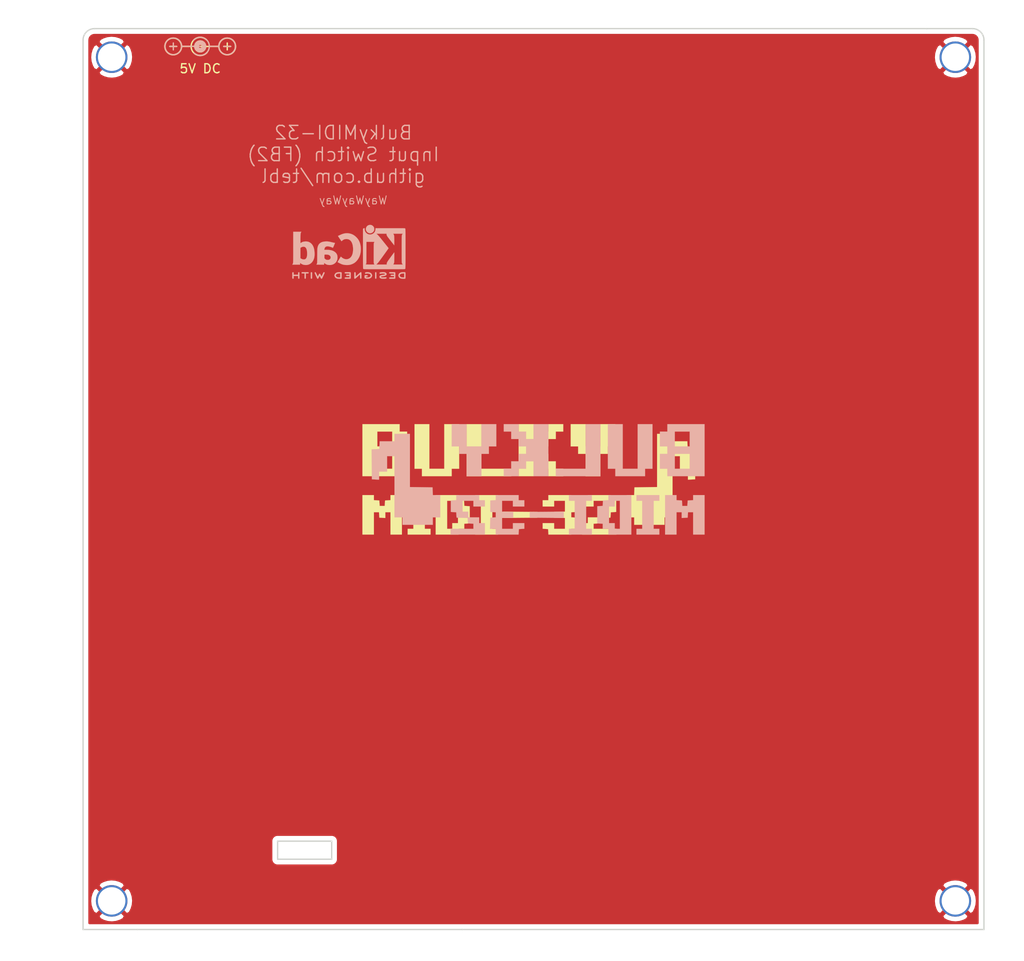
<source format=kicad_pcb>
(kicad_pcb (version 20171130) (host pcbnew "(5.1.8)-1")

  (general
    (thickness 1.6)
    (drawings 17)
    (tracks 0)
    (zones 0)
    (modules 8)
    (nets 2)
  )

  (page A4)
  (layers
    (0 F.Cu signal)
    (31 B.Cu signal)
    (32 B.Adhes user)
    (33 F.Adhes user)
    (34 B.Paste user)
    (35 F.Paste user)
    (36 B.SilkS user)
    (37 F.SilkS user)
    (38 B.Mask user)
    (39 F.Mask user)
    (40 Dwgs.User user)
    (41 Cmts.User user)
    (42 Eco1.User user)
    (43 Eco2.User user)
    (44 Edge.Cuts user)
    (45 Margin user)
    (46 B.CrtYd user)
    (47 F.CrtYd user)
    (48 B.Fab user)
    (49 F.Fab user)
  )

  (setup
    (last_trace_width 0.25)
    (user_trace_width 0.381)
    (trace_clearance 0.2)
    (zone_clearance 0.508)
    (zone_45_only no)
    (trace_min 0.2)
    (via_size 0.6)
    (via_drill 0.4)
    (via_min_size 0.4)
    (via_min_drill 0.3)
    (user_via 1 0.4)
    (uvia_size 0.3)
    (uvia_drill 0.1)
    (uvias_allowed no)
    (uvia_min_size 0.2)
    (uvia_min_drill 0.1)
    (edge_width 0.15)
    (segment_width 0.2)
    (pcb_text_width 0.3)
    (pcb_text_size 1.5 1.5)
    (mod_edge_width 0.15)
    (mod_text_size 1 1)
    (mod_text_width 0.15)
    (pad_size 1.524 1.524)
    (pad_drill 0.762)
    (pad_to_mask_clearance 0)
    (aux_axis_origin 0 0)
    (visible_elements 7FFFFFFF)
    (pcbplotparams
      (layerselection 0x011fc_ffffffff)
      (usegerberextensions true)
      (usegerberattributes false)
      (usegerberadvancedattributes false)
      (creategerberjobfile false)
      (excludeedgelayer true)
      (linewidth 0.100000)
      (plotframeref false)
      (viasonmask false)
      (mode 1)
      (useauxorigin false)
      (hpglpennumber 1)
      (hpglpenspeed 20)
      (hpglpendiameter 15.000000)
      (psnegative false)
      (psa4output false)
      (plotreference true)
      (plotvalue true)
      (plotinvisibletext false)
      (padsonsilk false)
      (subtractmaskfromsilk false)
      (outputformat 1)
      (mirror false)
      (drillshape 0)
      (scaleselection 1)
      (outputdirectory "export/"))
  )

  (net 0 "")
  (net 1 "Net-(M1-Pad1)")

  (net_class Default "This is the default net class."
    (clearance 0.2)
    (trace_width 0.25)
    (via_dia 0.6)
    (via_drill 0.4)
    (uvia_dia 0.3)
    (uvia_drill 0.1)
    (add_net "Net-(M1-Pad1)")
  )

  (net_class Power ""
    (clearance 0.381)
    (trace_width 0.381)
    (via_dia 1)
    (via_drill 0.4)
    (uvia_dia 0.3)
    (uvia_drill 0.1)
  )

  (module artwork:BulkyMIDI-32_8bit locked (layer B.Cu) (tedit 0) (tstamp 6201EE61)
    (at 120.18 104.61 180)
    (fp_text reference G*** (at 0 0) (layer B.SilkS) hide
      (effects (font (size 1.524 1.524) (thickness 0.3)) (justify mirror))
    )
    (fp_text value LOGO (at 0.75 0) (layer B.SilkS) hide
      (effects (font (size 1.524 1.524) (thickness 0.3)) (justify mirror))
    )
    (fp_poly (pts (xy 5.7785 3.6195) (xy 7.4295 3.6195) (xy 7.4295 6.096) (xy 9.0805 6.096)
      (xy 9.0805 3.6195) (xy 8.255 3.6195) (xy 8.255 2.794) (xy 7.4295 2.794)
      (xy 7.4295 0.3175) (xy 5.7785 0.3175) (xy 5.7785 2.794) (xy 4.953 2.794)
      (xy 4.953 3.6195) (xy 4.1275 3.6195) (xy 4.1275 6.096) (xy 5.7785 6.096)
      (xy 5.7785 3.6195)) (layer B.SilkS) (width 0.01))
    (fp_poly (pts (xy 0 4.445) (xy 0.8255 4.445) (xy 0.8255 5.2705) (xy 1.651 5.2705)
      (xy 1.651 6.096) (xy 3.302 6.096) (xy 3.302 5.2705) (xy 2.4765 5.2705)
      (xy 2.4765 4.445) (xy 1.651 4.445) (xy 1.651 3.6195) (xy 0.8255 3.6195)
      (xy 0.8255 2.794) (xy 1.651 2.794) (xy 1.651 1.9685) (xy 2.4765 1.9685)
      (xy 2.4765 1.143) (xy 3.302 1.143) (xy 3.302 0.3175) (xy 1.651 0.3175)
      (xy 1.651 1.143) (xy 0.8255 1.143) (xy 0.8255 1.9685) (xy 0 1.9685)
      (xy 0 0.3175) (xy -1.651 0.3175) (xy -1.651 6.096) (xy 0 6.096)
      (xy 0 4.445)) (layer B.SilkS) (width 0.01))
    (fp_poly (pts (xy -5.7785 1.143) (xy -2.4765 1.143) (xy -2.4765 0.3175) (xy -7.4295 0.3175)
      (xy -7.4295 6.096) (xy -5.7785 6.096) (xy -5.7785 1.143)) (layer B.SilkS) (width 0.01))
    (fp_poly (pts (xy -11.557 1.143) (xy -9.906 1.143) (xy -9.906 6.096) (xy -8.255 6.096)
      (xy -8.255 1.143) (xy -9.0805 1.143) (xy -9.0805 0.3175) (xy -12.3825 0.3175)
      (xy -12.3825 1.143) (xy -13.208 1.143) (xy -13.208 6.096) (xy -11.557 6.096)
      (xy -11.557 1.143)) (layer B.SilkS) (width 0.01))
    (fp_poly (pts (xy -14.859 5.2705) (xy -14.0335 5.2705) (xy -14.0335 3.6195) (xy -14.859 3.6195)
      (xy -14.859 2.794) (xy -14.0335 2.794) (xy -14.0335 1.143) (xy -14.859 1.143)
      (xy -14.859 0.3175) (xy -18.9865 0.3175) (xy -18.9865 2.794) (xy -17.3355 2.794)
      (xy -17.3355 1.143) (xy -15.6845 1.143) (xy -15.6845 2.794) (xy -17.3355 2.794)
      (xy -18.9865 2.794) (xy -18.9865 5.2705) (xy -17.3355 5.2705) (xy -17.3355 3.6195)
      (xy -15.6845 3.6195) (xy -15.6845 5.2705) (xy -17.3355 5.2705) (xy -18.9865 5.2705)
      (xy -18.9865 6.096) (xy -14.859 6.096) (xy -14.859 5.2705)) (layer B.SilkS) (width 0.01))
    (fp_poly (pts (xy 0.41275 -3.65125) (xy 0.41275 -4.28625) (xy -1.476375 -4.303069) (xy -3.3655 -4.319889)
      (xy -3.3655 -3.61761) (xy 0.41275 -3.65125)) (layer B.SilkS) (width 0.01))
    (fp_poly (pts (xy 15.4305 4.191) (xy 17.075697 4.191) (xy 17.094473 3.762375) (xy 17.11325 3.33375)
      (xy 17.542923 3.31495) (xy 17.972597 3.29615) (xy 17.955673 1.6322) (xy 17.93875 -0.03175)
      (xy 17.145 -0.06956) (xy 17.145 0.8255) (xy 16.256 0.8255) (xy 16.256 2.54)
      (xy 15.4305 2.54) (xy 15.4305 -4.2545) (xy 14.5415 -4.2545) (xy 14.5415 -5.08)
      (xy 11.176 -5.08) (xy 11.176 -4.2545) (xy 10.3505 -4.2545) (xy 10.3505 -1.778)
      (xy 11.170197 -1.778) (xy 11.188973 -1.349375) (xy 11.20775 -0.92075) (xy 12.461875 -0.903532)
      (xy 13.716 -0.886315) (xy 13.716 5.0165) (xy 15.4305 5.0165) (xy 15.4305 4.191)) (layer B.SilkS) (width 0.01))
    (fp_poly (pts (xy 8.5725 -2.342541) (xy 8.874125 -2.361895) (xy 9.17575 -2.38125) (xy 9.17575 -3.65125)
      (xy 8.877467 -3.670467) (xy 8.579185 -3.689685) (xy 8.559967 -3.987967) (xy 8.54075 -4.28625)
      (xy 7.925011 -4.304383) (xy 7.309273 -4.322517) (xy 7.290011 -4.621883) (xy 7.27075 -4.92125)
      (xy 6.6675 -4.959958) (xy 6.6675 -5.5245) (xy 9.2075 -5.5245) (xy 9.2075 -6.1595)
      (xy 5.3975 -6.1595) (xy 5.3975 -4.8895) (xy 6.0325 -4.8895) (xy 6.0325 -4.2545)
      (xy 7.239 -4.2545) (xy 7.239 -3.6195) (xy 7.874 -3.6195) (xy 7.874 -2.413)
      (xy 6.6675 -2.413) (xy 6.6675 -3.048) (xy 5.3975 -3.048) (xy 5.3975 -2.3495)
      (xy 6.0325 -2.3495) (xy 6.0325 -1.778) (xy 8.5725 -1.778) (xy 8.5725 -2.342541)) (layer B.SilkS) (width 0.01))
    (fp_poly (pts (xy 4.191 -2.342541) (xy 4.492625 -2.361895) (xy 4.79425 -2.38125) (xy 4.79425 -3.65125)
      (xy 4.191 -3.689958) (xy 4.191 -4.247541) (xy 4.492625 -4.266895) (xy 4.79425 -4.28625)
      (xy 4.830598 -5.5245) (xy 4.191 -5.5245) (xy 4.191 -6.1595) (xy 1.657958 -6.1595)
      (xy 1.61925 -5.55625) (xy 1.317625 -5.536895) (xy 1.016 -5.517541) (xy 1.016 -4.8895)
      (xy 2.286 -4.8895) (xy 2.286 -5.5245) (xy 3.4925 -5.5245) (xy 3.4925 -4.322598)
      (xy 2.25425 -4.28625) (xy 2.25425 -3.65125) (xy 2.873375 -3.633075) (xy 3.4925 -3.614901)
      (xy 3.4925 -2.413) (xy 2.286 -2.413) (xy 2.286 -3.048) (xy 1.016 -3.048)
      (xy 1.016 -2.3495) (xy 1.651 -2.3495) (xy 1.651 -1.778) (xy 4.191 -1.778)
      (xy 4.191 -2.342541)) (layer B.SilkS) (width 0.01))
    (fp_poly (pts (xy -3.937 -2.413) (xy -4.572 -2.413) (xy -4.572 -5.5245) (xy -3.937 -5.5245)
      (xy -3.937 -6.1595) (xy -6.477 -6.1595) (xy -6.477 -5.5245) (xy -5.842 -5.5245)
      (xy -5.842 -2.413) (xy -6.477 -2.413) (xy -6.477 -1.778) (xy -3.937 -1.778)
      (xy -3.937 -2.413)) (layer B.SilkS) (width 0.01))
    (fp_poly (pts (xy -8.3185 -2.342541) (xy -8.016875 -2.361895) (xy -7.71525 -2.38125) (xy -7.696033 -2.679532)
      (xy -7.676815 -2.977814) (xy -7.378533 -2.997032) (xy -7.08025 -3.01625) (xy -7.08025 -4.92125)
      (xy -7.6835 -4.959958) (xy -7.6835 -5.5245) (xy -8.3185 -5.5245) (xy -8.3185 -6.1595)
      (xy -10.8585 -6.1595) (xy -10.8585 -2.413) (xy -9.5885 -2.413) (xy -9.5885 -5.5245)
      (xy -9.017 -5.5245) (xy -9.017 -4.8895) (xy -8.382 -4.8895) (xy -8.382 -3.048)
      (xy -9.017 -3.048) (xy -9.017 -2.413) (xy -9.5885 -2.413) (xy -10.8585 -2.413)
      (xy -10.8585 -1.778) (xy -8.3185 -1.778) (xy -8.3185 -2.342541)) (layer B.SilkS) (width 0.01))
    (fp_poly (pts (xy -11.43 -2.413) (xy -12.065 -2.413) (xy -12.065 -5.5245) (xy -11.43 -5.5245)
      (xy -11.43 -6.1595) (xy -13.97 -6.1595) (xy -13.97 -5.5245) (xy -13.335 -5.5245)
      (xy -13.335 -2.413) (xy -13.97 -2.413) (xy -13.97 -1.778) (xy -11.43 -1.778)
      (xy -11.43 -2.413)) (layer B.SilkS) (width 0.01))
    (fp_poly (pts (xy -17.7165 -2.06027) (xy -17.716501 -2.342541) (xy -17.414875 -2.361895) (xy -17.11325 -2.38125)
      (xy -17.074542 -2.9845) (xy -16.516959 -2.9845) (xy -16.497605 -2.682875) (xy -16.47825 -2.38125)
      (xy -16.176625 -2.361895) (xy -15.875001 -2.342541) (xy -15.875 -2.06027) (xy -15.875 -1.778)
      (xy -14.605 -1.778) (xy -14.605 -6.1595) (xy -15.875 -6.1595) (xy -15.875 -3.683)
      (xy -16.4465 -3.683) (xy -16.4465 -4.324636) (xy -17.11325 -4.28625) (xy -17.132605 -3.984625)
      (xy -17.151959 -3.683) (xy -17.7165 -3.683) (xy -17.7165 -6.1595) (xy -18.9865 -6.1595)
      (xy -18.9865 -1.778) (xy -17.7165 -1.778) (xy -17.7165 -2.06027)) (layer B.SilkS) (width 0.01))
  )

  (module artwork:BulkyMIDI-32_8bit locked (layer F.Cu) (tedit 0) (tstamp 6201EAC4)
    (at 120.18 104.61)
    (fp_text reference G*** (at 0 0) (layer F.SilkS) hide
      (effects (font (size 1.524 1.524) (thickness 0.3)))
    )
    (fp_text value LOGO (at 0.75 0) (layer F.SilkS) hide
      (effects (font (size 1.524 1.524) (thickness 0.3)))
    )
    (fp_poly (pts (xy 5.7785 -3.6195) (xy 7.4295 -3.6195) (xy 7.4295 -6.096) (xy 9.0805 -6.096)
      (xy 9.0805 -3.6195) (xy 8.255 -3.6195) (xy 8.255 -2.794) (xy 7.4295 -2.794)
      (xy 7.4295 -0.3175) (xy 5.7785 -0.3175) (xy 5.7785 -2.794) (xy 4.953 -2.794)
      (xy 4.953 -3.6195) (xy 4.1275 -3.6195) (xy 4.1275 -6.096) (xy 5.7785 -6.096)
      (xy 5.7785 -3.6195)) (layer F.SilkS) (width 0.01))
    (fp_poly (pts (xy 0 -4.445) (xy 0.8255 -4.445) (xy 0.8255 -5.2705) (xy 1.651 -5.2705)
      (xy 1.651 -6.096) (xy 3.302 -6.096) (xy 3.302 -5.2705) (xy 2.4765 -5.2705)
      (xy 2.4765 -4.445) (xy 1.651 -4.445) (xy 1.651 -3.6195) (xy 0.8255 -3.6195)
      (xy 0.8255 -2.794) (xy 1.651 -2.794) (xy 1.651 -1.9685) (xy 2.4765 -1.9685)
      (xy 2.4765 -1.143) (xy 3.302 -1.143) (xy 3.302 -0.3175) (xy 1.651 -0.3175)
      (xy 1.651 -1.143) (xy 0.8255 -1.143) (xy 0.8255 -1.9685) (xy 0 -1.9685)
      (xy 0 -0.3175) (xy -1.651 -0.3175) (xy -1.651 -6.096) (xy 0 -6.096)
      (xy 0 -4.445)) (layer F.SilkS) (width 0.01))
    (fp_poly (pts (xy -5.7785 -1.143) (xy -2.4765 -1.143) (xy -2.4765 -0.3175) (xy -7.4295 -0.3175)
      (xy -7.4295 -6.096) (xy -5.7785 -6.096) (xy -5.7785 -1.143)) (layer F.SilkS) (width 0.01))
    (fp_poly (pts (xy -11.557 -1.143) (xy -9.906 -1.143) (xy -9.906 -6.096) (xy -8.255 -6.096)
      (xy -8.255 -1.143) (xy -9.0805 -1.143) (xy -9.0805 -0.3175) (xy -12.3825 -0.3175)
      (xy -12.3825 -1.143) (xy -13.208 -1.143) (xy -13.208 -6.096) (xy -11.557 -6.096)
      (xy -11.557 -1.143)) (layer F.SilkS) (width 0.01))
    (fp_poly (pts (xy -14.859 -5.2705) (xy -14.0335 -5.2705) (xy -14.0335 -3.6195) (xy -14.859 -3.6195)
      (xy -14.859 -2.794) (xy -14.0335 -2.794) (xy -14.0335 -1.143) (xy -14.859 -1.143)
      (xy -14.859 -0.3175) (xy -18.9865 -0.3175) (xy -18.9865 -2.794) (xy -17.3355 -2.794)
      (xy -17.3355 -1.143) (xy -15.6845 -1.143) (xy -15.6845 -2.794) (xy -17.3355 -2.794)
      (xy -18.9865 -2.794) (xy -18.9865 -5.2705) (xy -17.3355 -5.2705) (xy -17.3355 -3.6195)
      (xy -15.6845 -3.6195) (xy -15.6845 -5.2705) (xy -17.3355 -5.2705) (xy -18.9865 -5.2705)
      (xy -18.9865 -6.096) (xy -14.859 -6.096) (xy -14.859 -5.2705)) (layer F.SilkS) (width 0.01))
    (fp_poly (pts (xy 0.41275 3.65125) (xy 0.41275 4.28625) (xy -1.476375 4.303069) (xy -3.3655 4.319889)
      (xy -3.3655 3.61761) (xy 0.41275 3.65125)) (layer F.SilkS) (width 0.01))
    (fp_poly (pts (xy 15.4305 -4.191) (xy 17.075697 -4.191) (xy 17.094473 -3.762375) (xy 17.11325 -3.33375)
      (xy 17.542923 -3.31495) (xy 17.972597 -3.29615) (xy 17.955673 -1.6322) (xy 17.93875 0.03175)
      (xy 17.145 0.06956) (xy 17.145 -0.8255) (xy 16.256 -0.8255) (xy 16.256 -2.54)
      (xy 15.4305 -2.54) (xy 15.4305 4.2545) (xy 14.5415 4.2545) (xy 14.5415 5.08)
      (xy 11.176 5.08) (xy 11.176 4.2545) (xy 10.3505 4.2545) (xy 10.3505 1.778)
      (xy 11.170197 1.778) (xy 11.188973 1.349375) (xy 11.20775 0.92075) (xy 12.461875 0.903532)
      (xy 13.716 0.886315) (xy 13.716 -5.0165) (xy 15.4305 -5.0165) (xy 15.4305 -4.191)) (layer F.SilkS) (width 0.01))
    (fp_poly (pts (xy 8.5725 2.342541) (xy 8.874125 2.361895) (xy 9.17575 2.38125) (xy 9.17575 3.65125)
      (xy 8.877467 3.670467) (xy 8.579185 3.689685) (xy 8.559967 3.987967) (xy 8.54075 4.28625)
      (xy 7.925011 4.304383) (xy 7.309273 4.322517) (xy 7.290011 4.621883) (xy 7.27075 4.92125)
      (xy 6.6675 4.959958) (xy 6.6675 5.5245) (xy 9.2075 5.5245) (xy 9.2075 6.1595)
      (xy 5.3975 6.1595) (xy 5.3975 4.8895) (xy 6.0325 4.8895) (xy 6.0325 4.2545)
      (xy 7.239 4.2545) (xy 7.239 3.6195) (xy 7.874 3.6195) (xy 7.874 2.413)
      (xy 6.6675 2.413) (xy 6.6675 3.048) (xy 5.3975 3.048) (xy 5.3975 2.3495)
      (xy 6.0325 2.3495) (xy 6.0325 1.778) (xy 8.5725 1.778) (xy 8.5725 2.342541)) (layer F.SilkS) (width 0.01))
    (fp_poly (pts (xy 4.191 2.342541) (xy 4.492625 2.361895) (xy 4.79425 2.38125) (xy 4.79425 3.65125)
      (xy 4.191 3.689958) (xy 4.191 4.247541) (xy 4.492625 4.266895) (xy 4.79425 4.28625)
      (xy 4.830598 5.5245) (xy 4.191 5.5245) (xy 4.191 6.1595) (xy 1.657958 6.1595)
      (xy 1.61925 5.55625) (xy 1.317625 5.536895) (xy 1.016 5.517541) (xy 1.016 4.8895)
      (xy 2.286 4.8895) (xy 2.286 5.5245) (xy 3.4925 5.5245) (xy 3.4925 4.322598)
      (xy 2.25425 4.28625) (xy 2.25425 3.65125) (xy 2.873375 3.633075) (xy 3.4925 3.614901)
      (xy 3.4925 2.413) (xy 2.286 2.413) (xy 2.286 3.048) (xy 1.016 3.048)
      (xy 1.016 2.3495) (xy 1.651 2.3495) (xy 1.651 1.778) (xy 4.191 1.778)
      (xy 4.191 2.342541)) (layer F.SilkS) (width 0.01))
    (fp_poly (pts (xy -3.937 2.413) (xy -4.572 2.413) (xy -4.572 5.5245) (xy -3.937 5.5245)
      (xy -3.937 6.1595) (xy -6.477 6.1595) (xy -6.477 5.5245) (xy -5.842 5.5245)
      (xy -5.842 2.413) (xy -6.477 2.413) (xy -6.477 1.778) (xy -3.937 1.778)
      (xy -3.937 2.413)) (layer F.SilkS) (width 0.01))
    (fp_poly (pts (xy -8.3185 2.342541) (xy -8.016875 2.361895) (xy -7.71525 2.38125) (xy -7.696033 2.679532)
      (xy -7.676815 2.977814) (xy -7.378533 2.997032) (xy -7.08025 3.01625) (xy -7.08025 4.92125)
      (xy -7.6835 4.959958) (xy -7.6835 5.5245) (xy -8.3185 5.5245) (xy -8.3185 6.1595)
      (xy -10.8585 6.1595) (xy -10.8585 2.413) (xy -9.5885 2.413) (xy -9.5885 5.5245)
      (xy -9.017 5.5245) (xy -9.017 4.8895) (xy -8.382 4.8895) (xy -8.382 3.048)
      (xy -9.017 3.048) (xy -9.017 2.413) (xy -9.5885 2.413) (xy -10.8585 2.413)
      (xy -10.8585 1.778) (xy -8.3185 1.778) (xy -8.3185 2.342541)) (layer F.SilkS) (width 0.01))
    (fp_poly (pts (xy -11.43 2.413) (xy -12.065 2.413) (xy -12.065 5.5245) (xy -11.43 5.5245)
      (xy -11.43 6.1595) (xy -13.97 6.1595) (xy -13.97 5.5245) (xy -13.335 5.5245)
      (xy -13.335 2.413) (xy -13.97 2.413) (xy -13.97 1.778) (xy -11.43 1.778)
      (xy -11.43 2.413)) (layer F.SilkS) (width 0.01))
    (fp_poly (pts (xy -17.7165 2.06027) (xy -17.716501 2.342541) (xy -17.414875 2.361895) (xy -17.11325 2.38125)
      (xy -17.074542 2.9845) (xy -16.516959 2.9845) (xy -16.497605 2.682875) (xy -16.47825 2.38125)
      (xy -16.176625 2.361895) (xy -15.875001 2.342541) (xy -15.875 2.06027) (xy -15.875 1.778)
      (xy -14.605 1.778) (xy -14.605 6.1595) (xy -15.875 6.1595) (xy -15.875 3.683)
      (xy -16.4465 3.683) (xy -16.4465 4.324636) (xy -17.11325 4.28625) (xy -17.132605 3.984625)
      (xy -17.151959 3.683) (xy -17.7165 3.683) (xy -17.7165 6.1595) (xy -18.9865 6.1595)
      (xy -18.9865 1.778) (xy -17.7165 1.778) (xy -17.7165 2.06027)) (layer F.SilkS) (width 0.01))
  )

  (module BulkyMIDI-32:PWR_Specification locked (layer F.Cu) (tedit 61EDF347) (tstamp 6201EBE7)
    (at 83.185 56.515)
    (descr "Barrel connector polarity indicator")
    (tags "barrel polarity")
    (attr virtual)
    (fp_text reference REF** (at 0 -2) (layer F.SilkS) hide
      (effects (font (size 1 1) (thickness 0.15)))
    )
    (fp_text value PWR_Spec (at 0 2) (layer F.Fab)
      (effects (font (size 1 1) (thickness 0.15)))
    )
    (fp_line (start 1.0685 0.0635) (end 1.9685 0.0635) (layer B.SilkS) (width 0.15))
    (fp_circle (center 0 0.0635) (end 0.175 0.0635) (layer B.SilkS) (width 0.5))
    (fp_line (start 0 0.0635) (end -2 0.0635) (layer B.SilkS) (width 0.15))
    (fp_circle (center 2.9845 0.0635) (end 3.9095 0.0635) (layer B.SilkS) (width 0.15))
    (fp_circle (center -2.9845 0.0635) (end -2.0595 0.0635) (layer B.SilkS) (width 0.15))
    (fp_line (start 0 0.075) (end 2 0.075) (layer F.SilkS) (width 0.15))
    (fp_line (start -2 0.075) (end -1.1 0.075) (layer F.SilkS) (width 0.15))
    (fp_circle (center -3 0.075) (end -3 1) (layer F.SilkS) (width 0.15))
    (fp_circle (center 3 0.075) (end 3 1) (layer F.SilkS) (width 0.15))
    (fp_circle (center 0 0.075) (end 0 0.25) (layer F.SilkS) (width 0.5))
    (fp_arc (start 0 0.0635) (end -0.75 -0.6115) (angle 270) (layer B.SilkS) (width 0.15))
    (fp_text user + (at -2.9845 0) (layer B.SilkS)
      (effects (font (size 1 1) (thickness 0.15)))
    )
    (fp_text user - (at 2.9845 0) (layer B.SilkS)
      (effects (font (size 1 1) (thickness 0.15)))
    )
    (fp_text user - (at -3 0) (layer F.SilkS)
      (effects (font (size 1 1) (thickness 0.15)))
    )
    (fp_text user + (at 3 0) (layer F.SilkS)
      (effects (font (size 1 1) (thickness 0.15)))
    )
    (fp_arc (start 0 0.075) (end 0.75 0.75) (angle 270) (layer F.SilkS) (width 0.15))
  )

  (module Symbols:KiCad-Logo2_6mm_SilkScreen locked (layer B.Cu) (tedit 0) (tstamp 5EE53D9C)
    (at 99.695 79.375 180)
    (descr "KiCad Logo")
    (tags "Logo KiCad")
    (attr virtual)
    (fp_text reference REF*** (at 0 0) (layer B.SilkS) hide
      (effects (font (size 1 1) (thickness 0.15)) (justify mirror))
    )
    (fp_text value KiCad-Logo2_6mm_SilkScreen (at 0.75 0) (layer B.Fab) hide
      (effects (font (size 1 1) (thickness 0.15)) (justify mirror))
    )
    (fp_poly (pts (xy -2.273043 2.973429) (xy -2.176768 2.949191) (xy -2.090184 2.906359) (xy -2.015373 2.846581)
      (xy -1.954418 2.771506) (xy -1.909399 2.68278) (xy -1.883136 2.58647) (xy -1.877286 2.489205)
      (xy -1.89214 2.395346) (xy -1.92584 2.307489) (xy -1.976528 2.22823) (xy -2.042345 2.160164)
      (xy -2.121434 2.105888) (xy -2.211934 2.067998) (xy -2.2632 2.055574) (xy -2.307698 2.048053)
      (xy -2.341999 2.045081) (xy -2.37496 2.046906) (xy -2.415434 2.053775) (xy -2.448531 2.06075)
      (xy -2.541947 2.092259) (xy -2.625619 2.143383) (xy -2.697665 2.212571) (xy -2.7562 2.298272)
      (xy -2.770148 2.325511) (xy -2.786586 2.361878) (xy -2.796894 2.392418) (xy -2.80246 2.42455)
      (xy -2.804669 2.465693) (xy -2.804948 2.511778) (xy -2.800861 2.596135) (xy -2.787446 2.665414)
      (xy -2.762256 2.726039) (xy -2.722846 2.784433) (xy -2.684298 2.828698) (xy -2.612406 2.894516)
      (xy -2.537313 2.939947) (xy -2.454562 2.96715) (xy -2.376928 2.977424) (xy -2.273043 2.973429)) (layer B.SilkS) (width 0.01))
    (fp_poly (pts (xy 6.186507 0.527755) (xy 6.186526 0.293338) (xy 6.186552 0.080397) (xy 6.186625 -0.112168)
      (xy 6.186782 -0.285459) (xy 6.187064 -0.440576) (xy 6.187509 -0.57862) (xy 6.188156 -0.700692)
      (xy 6.189045 -0.807894) (xy 6.190213 -0.901326) (xy 6.191701 -0.98209) (xy 6.193546 -1.051286)
      (xy 6.195789 -1.110015) (xy 6.198469 -1.159379) (xy 6.201623 -1.200478) (xy 6.205292 -1.234413)
      (xy 6.209513 -1.262286) (xy 6.214327 -1.285198) (xy 6.219773 -1.304249) (xy 6.225888 -1.32054)
      (xy 6.232712 -1.335173) (xy 6.240285 -1.349249) (xy 6.248645 -1.363868) (xy 6.253839 -1.372974)
      (xy 6.288104 -1.433689) (xy 5.429955 -1.433689) (xy 5.429955 -1.337733) (xy 5.429224 -1.29437)
      (xy 5.427272 -1.261205) (xy 5.424463 -1.243424) (xy 5.423221 -1.241778) (xy 5.411799 -1.248662)
      (xy 5.389084 -1.266505) (xy 5.366385 -1.285879) (xy 5.3118 -1.326614) (xy 5.242321 -1.367617)
      (xy 5.16527 -1.405123) (xy 5.087965 -1.435364) (xy 5.057113 -1.445012) (xy 4.988616 -1.459578)
      (xy 4.905764 -1.469539) (xy 4.816371 -1.474583) (xy 4.728248 -1.474396) (xy 4.649207 -1.468666)
      (xy 4.611511 -1.462858) (xy 4.473414 -1.424797) (xy 4.346113 -1.367073) (xy 4.230292 -1.290211)
      (xy 4.126637 -1.194739) (xy 4.035833 -1.081179) (xy 3.969031 -0.970381) (xy 3.914164 -0.853625)
      (xy 3.872163 -0.734276) (xy 3.842167 -0.608283) (xy 3.823311 -0.471594) (xy 3.814732 -0.320158)
      (xy 3.814006 -0.242711) (xy 3.8161 -0.185934) (xy 4.645217 -0.185934) (xy 4.645424 -0.279002)
      (xy 4.648337 -0.366692) (xy 4.654 -0.443772) (xy 4.662455 -0.505009) (xy 4.665038 -0.51735)
      (xy 4.69684 -0.624633) (xy 4.738498 -0.711658) (xy 4.790363 -0.778642) (xy 4.852781 -0.825805)
      (xy 4.9261 -0.853365) (xy 5.010669 -0.861541) (xy 5.106835 -0.850551) (xy 5.170311 -0.834829)
      (xy 5.219454 -0.816639) (xy 5.273583 -0.790791) (xy 5.314244 -0.767089) (xy 5.3848 -0.720721)
      (xy 5.3848 0.42947) (xy 5.317392 0.473038) (xy 5.238867 0.51396) (xy 5.154681 0.540611)
      (xy 5.069557 0.552535) (xy 4.988216 0.549278) (xy 4.91538 0.530385) (xy 4.883426 0.514816)
      (xy 4.825501 0.471819) (xy 4.776544 0.415047) (xy 4.73539 0.342425) (xy 4.700874 0.251879)
      (xy 4.671833 0.141334) (xy 4.670552 0.135467) (xy 4.660381 0.073212) (xy 4.652739 -0.004594)
      (xy 4.64767 -0.09272) (xy 4.645217 -0.185934) (xy 3.8161 -0.185934) (xy 3.821857 -0.029895)
      (xy 3.843802 0.165941) (xy 3.879786 0.344668) (xy 3.929759 0.506155) (xy 3.993668 0.650274)
      (xy 4.071462 0.776894) (xy 4.163089 0.885885) (xy 4.268497 0.977117) (xy 4.313662 1.008068)
      (xy 4.414611 1.064215) (xy 4.517901 1.103826) (xy 4.627989 1.127986) (xy 4.74933 1.137781)
      (xy 4.841836 1.136735) (xy 4.97149 1.125769) (xy 5.084084 1.103954) (xy 5.182875 1.070286)
      (xy 5.271121 1.023764) (xy 5.319986 0.989552) (xy 5.349353 0.967638) (xy 5.371043 0.952667)
      (xy 5.379253 0.948267) (xy 5.380868 0.959096) (xy 5.382159 0.989749) (xy 5.383138 1.037474)
      (xy 5.383817 1.099521) (xy 5.38421 1.173138) (xy 5.38433 1.255573) (xy 5.384188 1.344075)
      (xy 5.383797 1.435893) (xy 5.383171 1.528276) (xy 5.38232 1.618472) (xy 5.38126 1.703729)
      (xy 5.380001 1.781297) (xy 5.378556 1.848424) (xy 5.376938 1.902359) (xy 5.375161 1.94035)
      (xy 5.374669 1.947333) (xy 5.367092 2.017749) (xy 5.355531 2.072898) (xy 5.337792 2.120019)
      (xy 5.311682 2.166353) (xy 5.305415 2.175933) (xy 5.280983 2.212622) (xy 6.186311 2.212622)
      (xy 6.186507 0.527755)) (layer B.SilkS) (width 0.01))
    (fp_poly (pts (xy 2.673574 1.133448) (xy 2.825492 1.113433) (xy 2.960756 1.079798) (xy 3.080239 1.032275)
      (xy 3.184815 0.970595) (xy 3.262424 0.907035) (xy 3.331265 0.832901) (xy 3.385006 0.753129)
      (xy 3.42791 0.660909) (xy 3.443384 0.617839) (xy 3.456244 0.578858) (xy 3.467446 0.542711)
      (xy 3.47712 0.507566) (xy 3.485396 0.47159) (xy 3.492403 0.43295) (xy 3.498272 0.389815)
      (xy 3.503131 0.340351) (xy 3.50711 0.282727) (xy 3.51034 0.215109) (xy 3.512949 0.135666)
      (xy 3.515067 0.042564) (xy 3.516824 -0.066027) (xy 3.518349 -0.191942) (xy 3.519772 -0.337012)
      (xy 3.521025 -0.479778) (xy 3.522351 -0.635968) (xy 3.523556 -0.771239) (xy 3.524766 -0.887246)
      (xy 3.526106 -0.985645) (xy 3.5277 -1.068093) (xy 3.529675 -1.136246) (xy 3.532156 -1.19176)
      (xy 3.535269 -1.236292) (xy 3.539138 -1.271498) (xy 3.543889 -1.299034) (xy 3.549648 -1.320556)
      (xy 3.556539 -1.337722) (xy 3.564689 -1.352186) (xy 3.574223 -1.365606) (xy 3.585266 -1.379638)
      (xy 3.589566 -1.385071) (xy 3.605386 -1.40791) (xy 3.612422 -1.423463) (xy 3.612444 -1.423922)
      (xy 3.601567 -1.426121) (xy 3.570582 -1.428147) (xy 3.521957 -1.429942) (xy 3.458163 -1.431451)
      (xy 3.381669 -1.432616) (xy 3.294944 -1.43338) (xy 3.200457 -1.433686) (xy 3.18955 -1.433689)
      (xy 2.766657 -1.433689) (xy 2.763395 -1.337622) (xy 2.760133 -1.241556) (xy 2.698044 -1.292543)
      (xy 2.600714 -1.360057) (xy 2.490813 -1.414749) (xy 2.404349 -1.444978) (xy 2.335278 -1.459666)
      (xy 2.251925 -1.469659) (xy 2.162159 -1.474646) (xy 2.073845 -1.474313) (xy 1.994851 -1.468351)
      (xy 1.958622 -1.462638) (xy 1.818603 -1.424776) (xy 1.692178 -1.369932) (xy 1.58026 -1.298924)
      (xy 1.483762 -1.212568) (xy 1.4036 -1.111679) (xy 1.340687 -0.997076) (xy 1.296312 -0.870984)
      (xy 1.283978 -0.814401) (xy 1.276368 -0.752202) (xy 1.272739 -0.677363) (xy 1.272245 -0.643467)
      (xy 1.27231 -0.640282) (xy 2.032248 -0.640282) (xy 2.041541 -0.715333) (xy 2.069728 -0.77916)
      (xy 2.118197 -0.834798) (xy 2.123254 -0.839211) (xy 2.171548 -0.874037) (xy 2.223257 -0.89662)
      (xy 2.283989 -0.90854) (xy 2.359352 -0.911383) (xy 2.377459 -0.910978) (xy 2.431278 -0.908325)
      (xy 2.471308 -0.902909) (xy 2.506324 -0.892745) (xy 2.545103 -0.87585) (xy 2.555745 -0.870672)
      (xy 2.616396 -0.834844) (xy 2.663215 -0.792212) (xy 2.675952 -0.776973) (xy 2.720622 -0.720462)
      (xy 2.720622 -0.524586) (xy 2.720086 -0.445939) (xy 2.718396 -0.387988) (xy 2.715428 -0.348875)
      (xy 2.711057 -0.326741) (xy 2.706972 -0.320274) (xy 2.691047 -0.317111) (xy 2.657264 -0.314488)
      (xy 2.61034 -0.312655) (xy 2.554993 -0.311857) (xy 2.546106 -0.311842) (xy 2.42533 -0.317096)
      (xy 2.32266 -0.333263) (xy 2.236106 -0.360961) (xy 2.163681 -0.400808) (xy 2.108751 -0.447758)
      (xy 2.064204 -0.505645) (xy 2.03948 -0.568693) (xy 2.032248 -0.640282) (xy 1.27231 -0.640282)
      (xy 1.274178 -0.549712) (xy 1.282522 -0.470812) (xy 1.298768 -0.39959) (xy 1.324405 -0.328864)
      (xy 1.348401 -0.276493) (xy 1.40702 -0.181196) (xy 1.485117 -0.09317) (xy 1.580315 -0.014017)
      (xy 1.690238 0.05466) (xy 1.81251 0.111259) (xy 1.944755 0.154179) (xy 2.009422 0.169118)
      (xy 2.145604 0.191223) (xy 2.294049 0.205806) (xy 2.445505 0.212187) (xy 2.572064 0.210555)
      (xy 2.73395 0.203776) (xy 2.72653 0.262755) (xy 2.707238 0.361908) (xy 2.676104 0.442628)
      (xy 2.632269 0.505534) (xy 2.574871 0.551244) (xy 2.503048 0.580378) (xy 2.415941 0.593553)
      (xy 2.312686 0.591389) (xy 2.274711 0.587388) (xy 2.13352 0.56222) (xy 1.996707 0.521186)
      (xy 1.902178 0.483185) (xy 1.857018 0.46381) (xy 1.818585 0.44824) (xy 1.792234 0.438595)
      (xy 1.784546 0.436548) (xy 1.774802 0.445626) (xy 1.758083 0.474595) (xy 1.734232 0.523783)
      (xy 1.703093 0.593516) (xy 1.664507 0.684121) (xy 1.65791 0.699911) (xy 1.627853 0.772228)
      (xy 1.600874 0.837575) (xy 1.578136 0.893094) (xy 1.560806 0.935928) (xy 1.550048 0.963219)
      (xy 1.546941 0.972058) (xy 1.55694 0.976813) (xy 1.583217 0.98209) (xy 1.611489 0.985769)
      (xy 1.641646 0.990526) (xy 1.689433 0.999972) (xy 1.750612 1.01318) (xy 1.820946 1.029224)
      (xy 1.896194 1.04718) (xy 1.924755 1.054203) (xy 2.029816 1.079791) (xy 2.11748 1.099853)
      (xy 2.192068 1.115031) (xy 2.257903 1.125965) (xy 2.319307 1.133296) (xy 2.380602 1.137665)
      (xy 2.44611 1.139713) (xy 2.504128 1.140111) (xy 2.673574 1.133448)) (layer B.SilkS) (width 0.01))
    (fp_poly (pts (xy 0.328429 2.050929) (xy 0.48857 2.029755) (xy 0.65251 1.989615) (xy 0.822313 1.930111)
      (xy 1.000043 1.850846) (xy 1.01131 1.845301) (xy 1.069005 1.817275) (xy 1.120552 1.793198)
      (xy 1.162191 1.774751) (xy 1.190162 1.763614) (xy 1.199733 1.761067) (xy 1.21895 1.756059)
      (xy 1.223561 1.751853) (xy 1.218458 1.74142) (xy 1.202418 1.715132) (xy 1.177288 1.675743)
      (xy 1.144914 1.626009) (xy 1.107143 1.568685) (xy 1.065822 1.506524) (xy 1.022798 1.442282)
      (xy 0.979917 1.378715) (xy 0.939026 1.318575) (xy 0.901971 1.26462) (xy 0.8706 1.219603)
      (xy 0.846759 1.186279) (xy 0.832294 1.167403) (xy 0.830309 1.165213) (xy 0.820191 1.169862)
      (xy 0.79785 1.187038) (xy 0.76728 1.21356) (xy 0.751536 1.228036) (xy 0.655047 1.303318)
      (xy 0.548336 1.358759) (xy 0.432832 1.393859) (xy 0.309962 1.40812) (xy 0.240561 1.406949)
      (xy 0.119423 1.389788) (xy 0.010205 1.353906) (xy -0.087418 1.299041) (xy -0.173772 1.22493)
      (xy -0.249185 1.131312) (xy -0.313982 1.017924) (xy -0.351399 0.931333) (xy -0.395252 0.795634)
      (xy -0.427572 0.64815) (xy -0.448443 0.492686) (xy -0.457949 0.333044) (xy -0.456173 0.173027)
      (xy -0.443197 0.016439) (xy -0.419106 -0.132918) (xy -0.383982 -0.27124) (xy -0.337908 -0.394724)
      (xy -0.321627 -0.428978) (xy -0.25338 -0.543064) (xy -0.172921 -0.639557) (xy -0.08143 -0.71767)
      (xy 0.019911 -0.776617) (xy 0.12992 -0.815612) (xy 0.247415 -0.833868) (xy 0.288883 -0.835211)
      (xy 0.410441 -0.82429) (xy 0.530878 -0.791474) (xy 0.648666 -0.737439) (xy 0.762277 -0.662865)
      (xy 0.853685 -0.584539) (xy 0.900215 -0.540008) (xy 1.081483 -0.837271) (xy 1.12658 -0.911433)
      (xy 1.167819 -0.979646) (xy 1.203735 -1.039459) (xy 1.232866 -1.08842) (xy 1.25375 -1.124079)
      (xy 1.264924 -1.143984) (xy 1.266375 -1.147079) (xy 1.258146 -1.156718) (xy 1.232567 -1.173999)
      (xy 1.192873 -1.197283) (xy 1.142297 -1.224934) (xy 1.084074 -1.255315) (xy 1.021437 -1.28679)
      (xy 0.957621 -1.317722) (xy 0.89586 -1.346473) (xy 0.839388 -1.371408) (xy 0.791438 -1.390889)
      (xy 0.767986 -1.399318) (xy 0.634221 -1.437133) (xy 0.496327 -1.462136) (xy 0.348622 -1.47514)
      (xy 0.221833 -1.477468) (xy 0.153878 -1.476373) (xy 0.088277 -1.474275) (xy 0.030847 -1.471434)
      (xy -0.012597 -1.468106) (xy -0.026702 -1.466422) (xy -0.165716 -1.437587) (xy -0.307243 -1.392468)
      (xy -0.444725 -1.33375) (xy -0.571606 -1.26412) (xy -0.649111 -1.211441) (xy -0.776519 -1.103239)
      (xy -0.894822 -0.976671) (xy -1.001828 -0.834866) (xy -1.095348 -0.680951) (xy -1.17319 -0.518053)
      (xy -1.217044 -0.400756) (xy -1.267292 -0.217128) (xy -1.300791 -0.022581) (xy -1.317551 0.178675)
      (xy -1.317584 0.382432) (xy -1.300899 0.584479) (xy -1.267507 0.780608) (xy -1.21742 0.966609)
      (xy -1.213603 0.978197) (xy -1.150719 1.14025) (xy -1.073972 1.288168) (xy -0.980758 1.426135)
      (xy -0.868473 1.558339) (xy -0.824608 1.603601) (xy -0.688466 1.727543) (xy -0.548509 1.830085)
      (xy -0.402589 1.912344) (xy -0.248558 1.975436) (xy -0.084268 2.020477) (xy 0.011289 2.037967)
      (xy 0.170023 2.053534) (xy 0.328429 2.050929)) (layer B.SilkS) (width 0.01))
    (fp_poly (pts (xy -2.9464 2.510946) (xy -2.935535 2.397007) (xy -2.903918 2.289384) (xy -2.853015 2.190385)
      (xy -2.784293 2.102316) (xy -2.699219 2.027484) (xy -2.602232 1.969616) (xy -2.495964 1.929995)
      (xy -2.38895 1.911427) (xy -2.2833 1.912566) (xy -2.181125 1.93207) (xy -2.084534 1.968594)
      (xy -1.995638 2.020795) (xy -1.916546 2.087327) (xy -1.849369 2.166848) (xy -1.796217 2.258013)
      (xy -1.759199 2.359477) (xy -1.740427 2.469898) (xy -1.738489 2.519794) (xy -1.738489 2.607733)
      (xy -1.68656 2.607733) (xy -1.650253 2.604889) (xy -1.623355 2.593089) (xy -1.596249 2.569351)
      (xy -1.557867 2.530969) (xy -1.557867 0.339398) (xy -1.557876 0.077261) (xy -1.557908 -0.163241)
      (xy -1.557972 -0.383048) (xy -1.558076 -0.583101) (xy -1.558227 -0.764344) (xy -1.558434 -0.927716)
      (xy -1.558706 -1.07416) (xy -1.55905 -1.204617) (xy -1.559474 -1.320029) (xy -1.559987 -1.421338)
      (xy -1.560597 -1.509484) (xy -1.561312 -1.58541) (xy -1.56214 -1.650057) (xy -1.563089 -1.704367)
      (xy -1.564167 -1.74928) (xy -1.565383 -1.78574) (xy -1.566745 -1.814687) (xy -1.568261 -1.837063)
      (xy -1.569938 -1.853809) (xy -1.571786 -1.865868) (xy -1.573813 -1.87418) (xy -1.576025 -1.879687)
      (xy -1.577108 -1.881537) (xy -1.581271 -1.888549) (xy -1.584805 -1.894996) (xy -1.588635 -1.9009)
      (xy -1.593682 -1.906286) (xy -1.600871 -1.911178) (xy -1.611123 -1.915598) (xy -1.625364 -1.919572)
      (xy -1.644514 -1.923121) (xy -1.669499 -1.92627) (xy -1.70124 -1.929042) (xy -1.740662 -1.931461)
      (xy -1.788686 -1.933551) (xy -1.846237 -1.935335) (xy -1.914237 -1.936837) (xy -1.99361 -1.93808)
      (xy -2.085279 -1.939089) (xy -2.190166 -1.939885) (xy -2.309196 -1.940494) (xy -2.44329 -1.940939)
      (xy -2.593373 -1.941243) (xy -2.760367 -1.94143) (xy -2.945196 -1.941524) (xy -3.148783 -1.941548)
      (xy -3.37205 -1.941525) (xy -3.615922 -1.94148) (xy -3.881321 -1.941437) (xy -3.919704 -1.941432)
      (xy -4.186682 -1.941389) (xy -4.432002 -1.941318) (xy -4.656583 -1.941213) (xy -4.861345 -1.941066)
      (xy -5.047206 -1.940869) (xy -5.215088 -1.940616) (xy -5.365908 -1.9403) (xy -5.500587 -1.939913)
      (xy -5.620044 -1.939447) (xy -5.725199 -1.938897) (xy -5.816971 -1.938253) (xy -5.896279 -1.937511)
      (xy -5.964043 -1.936661) (xy -6.021182 -1.935697) (xy -6.068617 -1.934611) (xy -6.107266 -1.933397)
      (xy -6.138049 -1.932047) (xy -6.161885 -1.930555) (xy -6.179694 -1.928911) (xy -6.192395 -1.927111)
      (xy -6.200908 -1.925145) (xy -6.205266 -1.923477) (xy -6.213728 -1.919906) (xy -6.221497 -1.91727)
      (xy -6.228602 -1.914634) (xy -6.235073 -1.911062) (xy -6.240939 -1.905621) (xy -6.246229 -1.897375)
      (xy -6.250974 -1.88539) (xy -6.255202 -1.868731) (xy -6.258943 -1.846463) (xy -6.262227 -1.817652)
      (xy -6.265083 -1.781363) (xy -6.26754 -1.736661) (xy -6.269629 -1.682611) (xy -6.271378 -1.618279)
      (xy -6.272817 -1.54273) (xy -6.273976 -1.45503) (xy -6.274883 -1.354243) (xy -6.275569 -1.239434)
      (xy -6.276063 -1.10967) (xy -6.276395 -0.964015) (xy -6.276593 -0.801535) (xy -6.276687 -0.621295)
      (xy -6.276708 -0.42236) (xy -6.276685 -0.203796) (xy -6.276646 0.035332) (xy -6.276622 0.29596)
      (xy -6.276622 0.338111) (xy -6.276636 0.601008) (xy -6.276661 0.842268) (xy -6.276671 1.062835)
      (xy -6.276642 1.263648) (xy -6.276548 1.445651) (xy -6.276362 1.609784) (xy -6.276059 1.756989)
      (xy -6.275614 1.888208) (xy -6.275034 1.998133) (xy -5.972197 1.998133) (xy -5.932407 1.940289)
      (xy -5.921236 1.924521) (xy -5.911166 1.910559) (xy -5.902138 1.897216) (xy -5.894097 1.883307)
      (xy -5.886986 1.867644) (xy -5.880747 1.849042) (xy -5.875325 1.826314) (xy -5.870662 1.798273)
      (xy -5.866701 1.763733) (xy -5.863385 1.721508) (xy -5.860659 1.670411) (xy -5.858464 1.609256)
      (xy -5.856745 1.536856) (xy -5.855444 1.452025) (xy -5.854505 1.353578) (xy -5.85387 1.240326)
      (xy -5.853484 1.111084) (xy -5.853288 0.964666) (xy -5.853227 0.799884) (xy -5.853243 0.615553)
      (xy -5.85328 0.410487) (xy -5.853289 0.287867) (xy -5.853265 0.070918) (xy -5.853231 -0.124642)
      (xy -5.853243 -0.299999) (xy -5.853358 -0.456341) (xy -5.85363 -0.594857) (xy -5.854118 -0.716734)
      (xy -5.854876 -0.82316) (xy -5.855962 -0.915322) (xy -5.857431 -0.994409) (xy -5.85934 -1.061608)
      (xy -5.861744 -1.118107) (xy -5.864701 -1.165093) (xy -5.868266 -1.203755) (xy -5.872495 -1.23528)
      (xy -5.877446 -1.260855) (xy -5.883173 -1.28167) (xy -5.889733 -1.298911) (xy -5.897183 -1.313765)
      (xy -5.905579 -1.327422) (xy -5.914976 -1.341069) (xy -5.925432 -1.355893) (xy -5.931523 -1.364783)
      (xy -5.970296 -1.4224) (xy -5.438732 -1.4224) (xy -5.315483 -1.422365) (xy -5.212987 -1.422215)
      (xy -5.12942 -1.421878) (xy -5.062956 -1.421286) (xy -5.011771 -1.420367) (xy -4.974041 -1.419051)
      (xy -4.94794 -1.417269) (xy -4.931644 -1.414951) (xy -4.923328 -1.412026) (xy -4.921168 -1.408424)
      (xy -4.923339 -1.404075) (xy -4.924535 -1.402645) (xy -4.949685 -1.365573) (xy -4.975583 -1.312772)
      (xy -4.999192 -1.25077) (xy -5.007461 -1.224357) (xy -5.012078 -1.206416) (xy -5.015979 -1.185355)
      (xy -5.019248 -1.159089) (xy -5.021966 -1.125532) (xy -5.024215 -1.082599) (xy -5.026077 -1.028204)
      (xy -5.027636 -0.960262) (xy -5.028972 -0.876688) (xy -5.030169 -0.775395) (xy -5.031308 -0.6543)
      (xy -5.031685 -0.6096) (xy -5.032702 -0.484449) (xy -5.03346 -0.380082) (xy -5.033903 -0.294707)
      (xy -5.03397 -0.226533) (xy -5.033605 -0.173765) (xy -5.032748 -0.134614) (xy -5.031341 -0.107285)
      (xy -5.029325 -0.089986) (xy -5.026643 -0.080926) (xy -5.023236 -0.078312) (xy -5.019044 -0.080351)
      (xy -5.014571 -0.084667) (xy -5.004216 -0.097602) (xy -4.982158 -0.126676) (xy -4.949957 -0.169759)
      (xy -4.909174 -0.224718) (xy -4.86137 -0.289423) (xy -4.808105 -0.361742) (xy -4.75094 -0.439544)
      (xy -4.691437 -0.520698) (xy -4.631155 -0.603072) (xy -4.571655 -0.684536) (xy -4.514498 -0.762957)
      (xy -4.461245 -0.836204) (xy -4.413457 -0.902147) (xy -4.372693 -0.958654) (xy -4.340516 -1.003593)
      (xy -4.318485 -1.034834) (xy -4.313917 -1.041466) (xy -4.290996 -1.078369) (xy -4.264188 -1.126359)
      (xy -4.238789 -1.175897) (xy -4.235568 -1.182577) (xy -4.21389 -1.230772) (xy -4.201304 -1.268334)
      (xy -4.195574 -1.30416) (xy -4.194456 -1.3462) (xy -4.19509 -1.4224) (xy -3.040651 -1.4224)
      (xy -3.131815 -1.328669) (xy -3.178612 -1.278775) (xy -3.228899 -1.222295) (xy -3.274944 -1.168026)
      (xy -3.295369 -1.142673) (xy -3.325807 -1.103128) (xy -3.365862 -1.049916) (xy -3.414361 -0.984667)
      (xy -3.470135 -0.909011) (xy -3.532011 -0.824577) (xy -3.598819 -0.732994) (xy -3.669387 -0.635892)
      (xy -3.742545 -0.534901) (xy -3.817121 -0.43165) (xy -3.891944 -0.327768) (xy -3.965843 -0.224885)
      (xy -4.037646 -0.124631) (xy -4.106184 -0.028636) (xy -4.170284 0.061473) (xy -4.228775 0.144064)
      (xy -4.280486 0.217508) (xy -4.324247 0.280176) (xy -4.358885 0.330439) (xy -4.38323 0.366666)
      (xy -4.396111 0.387229) (xy -4.397869 0.391332) (xy -4.38991 0.402658) (xy -4.369115 0.429838)
      (xy -4.336847 0.471171) (xy -4.29447 0.524956) (xy -4.243347 0.589494) (xy -4.184841 0.663082)
      (xy -4.120314 0.744022) (xy -4.051131 0.830612) (xy -3.978653 0.921152) (xy -3.904246 1.01394)
      (xy -3.844517 1.088298) (xy -2.833511 1.088298) (xy -2.827602 1.075341) (xy -2.813272 1.053092)
      (xy -2.812225 1.051609) (xy -2.793438 1.021456) (xy -2.773791 0.984625) (xy -2.769892 0.976489)
      (xy -2.766356 0.96806) (xy -2.76323 0.957941) (xy -2.760486 0.94474) (xy -2.758092 0.927062)
      (xy -2.756019 0.903516) (xy -2.754235 0.872707) (xy -2.752712 0.833243) (xy -2.751419 0.783731)
      (xy -2.750326 0.722777) (xy -2.749403 0.648989) (xy -2.748619 0.560972) (xy -2.747945 0.457335)
      (xy -2.74735 0.336684) (xy -2.746805 0.197626) (xy -2.746279 0.038768) (xy -2.745745 -0.140089)
      (xy -2.745206 -0.325207) (xy -2.744772 -0.489145) (xy -2.744509 -0.633303) (xy -2.744484 -0.759079)
      (xy -2.744765 -0.867871) (xy -2.745419 -0.961077) (xy -2.746514 -1.040097) (xy -2.748118 -1.106328)
      (xy -2.750297 -1.16117) (xy -2.753119 -1.206021) (xy -2.756651 -1.242278) (xy -2.760961 -1.271341)
      (xy -2.766117 -1.294609) (xy -2.772185 -1.313479) (xy -2.779233 -1.329351) (xy -2.787329 -1.343622)
      (xy -2.79654 -1.357691) (xy -2.80504 -1.370158) (xy -2.822176 -1.396452) (xy -2.832322 -1.414037)
      (xy -2.833511 -1.417257) (xy -2.822604 -1.418334) (xy -2.791411 -1.419335) (xy -2.742223 -1.420235)
      (xy -2.677333 -1.42101) (xy -2.59903 -1.421637) (xy -2.509607 -1.422091) (xy -2.411356 -1.422349)
      (xy -2.342445 -1.4224) (xy -2.237452 -1.42218) (xy -2.14061 -1.421548) (xy -2.054107 -1.420549)
      (xy -1.980132 -1.419227) (xy -1.920874 -1.417626) (xy -1.87852 -1.415791) (xy -1.85526 -1.413765)
      (xy -1.851378 -1.412493) (xy -1.859076 -1.397591) (xy -1.867074 -1.38956) (xy -1.880246 -1.372434)
      (xy -1.897485 -1.342183) (xy -1.909407 -1.317622) (xy -1.936045 -1.258711) (xy -1.93912 -0.081845)
      (xy -1.942195 1.095022) (xy -2.387853 1.095022) (xy -2.48567 1.094858) (xy -2.576064 1.094389)
      (xy -2.65663 1.093653) (xy -2.724962 1.092684) (xy -2.778656 1.09152) (xy -2.815305 1.090197)
      (xy -2.832504 1.088751) (xy -2.833511 1.088298) (xy -3.844517 1.088298) (xy -3.82927 1.107278)
      (xy -3.75509 1.199463) (xy -3.683069 1.288796) (xy -3.614569 1.373576) (xy -3.550955 1.452102)
      (xy -3.493588 1.522674) (xy -3.443833 1.583591) (xy -3.403052 1.633153) (xy -3.385888 1.653822)
      (xy -3.299596 1.754484) (xy -3.222997 1.837741) (xy -3.154183 1.905562) (xy -3.091248 1.959911)
      (xy -3.081867 1.967278) (xy -3.042356 1.997883) (xy -4.174116 1.998133) (xy -4.168827 1.950156)
      (xy -4.17213 1.892812) (xy -4.193661 1.824537) (xy -4.233635 1.744788) (xy -4.278943 1.672505)
      (xy -4.295161 1.64986) (xy -4.323214 1.612304) (xy -4.36143 1.561979) (xy -4.408137 1.501027)
      (xy -4.461661 1.431589) (xy -4.520331 1.355806) (xy -4.582475 1.27582) (xy -4.646421 1.193772)
      (xy -4.710495 1.111804) (xy -4.773027 1.032057) (xy -4.832343 0.956673) (xy -4.886771 0.887793)
      (xy -4.934639 0.827558) (xy -4.974275 0.778111) (xy -5.004006 0.741592) (xy -5.022161 0.720142)
      (xy -5.02522 0.716844) (xy -5.028079 0.724851) (xy -5.030293 0.755145) (xy -5.031857 0.807444)
      (xy -5.032767 0.881469) (xy -5.03302 0.976937) (xy -5.032613 1.093566) (xy -5.031704 1.213555)
      (xy -5.030382 1.345667) (xy -5.028857 1.457406) (xy -5.026881 1.550975) (xy -5.024206 1.628581)
      (xy -5.020582 1.692426) (xy -5.015761 1.744717) (xy -5.009494 1.787656) (xy -5.001532 1.823449)
      (xy -4.991627 1.8543) (xy -4.979531 1.882414) (xy -4.964993 1.909995) (xy -4.950311 1.935034)
      (xy -4.912314 1.998133) (xy -5.972197 1.998133) (xy -6.275034 1.998133) (xy -6.275001 2.004383)
      (xy -6.274195 2.106456) (xy -6.27317 2.195367) (xy -6.2719 2.272059) (xy -6.27036 2.337473)
      (xy -6.268524 2.392551) (xy -6.266367 2.438235) (xy -6.263863 2.475466) (xy -6.260987 2.505187)
      (xy -6.257713 2.528338) (xy -6.254015 2.545861) (xy -6.249869 2.558699) (xy -6.245247 2.567792)
      (xy -6.240126 2.574082) (xy -6.234478 2.578512) (xy -6.228279 2.582022) (xy -6.221504 2.585555)
      (xy -6.215508 2.589124) (xy -6.210275 2.5917) (xy -6.202099 2.594028) (xy -6.189886 2.596122)
      (xy -6.172541 2.597993) (xy -6.148969 2.599653) (xy -6.118077 2.601116) (xy -6.078768 2.602392)
      (xy -6.02995 2.603496) (xy -5.970527 2.604439) (xy -5.899404 2.605233) (xy -5.815488 2.605891)
      (xy -5.717683 2.606425) (xy -5.604894 2.606847) (xy -5.476029 2.607171) (xy -5.329991 2.607408)
      (xy -5.165686 2.60757) (xy -4.98202 2.60767) (xy -4.777897 2.60772) (xy -4.566753 2.607733)
      (xy -2.9464 2.607733) (xy -2.9464 2.510946)) (layer B.SilkS) (width 0.01))
    (fp_poly (pts (xy 6.228823 -2.274533) (xy 6.260202 -2.296776) (xy 6.287911 -2.324485) (xy 6.287911 -2.63392)
      (xy 6.287838 -2.725799) (xy 6.287495 -2.79784) (xy 6.286692 -2.85278) (xy 6.285241 -2.89336)
      (xy 6.282952 -2.922317) (xy 6.279636 -2.942391) (xy 6.275105 -2.956321) (xy 6.269169 -2.966845)
      (xy 6.264514 -2.9731) (xy 6.233783 -2.997673) (xy 6.198496 -3.000341) (xy 6.166245 -2.985271)
      (xy 6.155588 -2.976374) (xy 6.148464 -2.964557) (xy 6.144167 -2.945526) (xy 6.141991 -2.914992)
      (xy 6.141228 -2.868662) (xy 6.141155 -2.832871) (xy 6.141155 -2.698045) (xy 5.644444 -2.698045)
      (xy 5.644444 -2.8207) (xy 5.643931 -2.876787) (xy 5.641876 -2.915333) (xy 5.637508 -2.941361)
      (xy 5.630056 -2.959897) (xy 5.621047 -2.9731) (xy 5.590144 -2.997604) (xy 5.555196 -3.000506)
      (xy 5.521738 -2.983089) (xy 5.512604 -2.973959) (xy 5.506152 -2.961855) (xy 5.501897 -2.943001)
      (xy 5.499352 -2.91362) (xy 5.498029 -2.869937) (xy 5.497443 -2.808175) (xy 5.497375 -2.794)
      (xy 5.496891 -2.677631) (xy 5.496641 -2.581727) (xy 5.496723 -2.504177) (xy 5.497231 -2.442869)
      (xy 5.498262 -2.39569) (xy 5.499913 -2.36053) (xy 5.502279 -2.335276) (xy 5.505457 -2.317817)
      (xy 5.509544 -2.306041) (xy 5.514634 -2.297835) (xy 5.520266 -2.291645) (xy 5.552128 -2.271844)
      (xy 5.585357 -2.274533) (xy 5.616735 -2.296776) (xy 5.629433 -2.311126) (xy 5.637526 -2.326978)
      (xy 5.642042 -2.349554) (xy 5.644006 -2.384078) (xy 5.644444 -2.435776) (xy 5.644444 -2.551289)
      (xy 6.141155 -2.551289) (xy 6.141155 -2.432756) (xy 6.141662 -2.378148) (xy 6.143698 -2.341275)
      (xy 6.148035 -2.317307) (xy 6.155447 -2.301415) (xy 6.163733 -2.291645) (xy 6.195594 -2.271844)
      (xy 6.228823 -2.274533)) (layer B.SilkS) (width 0.01))
    (fp_poly (pts (xy 4.963065 -2.269163) (xy 5.041772 -2.269542) (xy 5.102863 -2.270333) (xy 5.148817 -2.27167)
      (xy 5.182114 -2.273683) (xy 5.205236 -2.276506) (xy 5.220662 -2.280269) (xy 5.230871 -2.285105)
      (xy 5.235813 -2.288822) (xy 5.261457 -2.321358) (xy 5.264559 -2.355138) (xy 5.248711 -2.385826)
      (xy 5.238348 -2.398089) (xy 5.227196 -2.40645) (xy 5.211035 -2.411657) (xy 5.185642 -2.414457)
      (xy 5.146798 -2.415596) (xy 5.09028 -2.415821) (xy 5.07918 -2.415822) (xy 4.933244 -2.415822)
      (xy 4.933244 -2.686756) (xy 4.933148 -2.772154) (xy 4.932711 -2.837864) (xy 4.931712 -2.886774)
      (xy 4.929928 -2.921773) (xy 4.927137 -2.945749) (xy 4.923117 -2.961593) (xy 4.917645 -2.972191)
      (xy 4.910666 -2.980267) (xy 4.877734 -3.000112) (xy 4.843354 -2.998548) (xy 4.812176 -2.975906)
      (xy 4.809886 -2.9731) (xy 4.802429 -2.962492) (xy 4.796747 -2.950081) (xy 4.792601 -2.93285)
      (xy 4.78975 -2.907784) (xy 4.787954 -2.871867) (xy 4.786972 -2.822083) (xy 4.786564 -2.755417)
      (xy 4.786489 -2.679589) (xy 4.786489 -2.415822) (xy 4.647127 -2.415822) (xy 4.587322 -2.415418)
      (xy 4.545918 -2.41384) (xy 4.518748 -2.410547) (xy 4.501646 -2.404992) (xy 4.490443 -2.396631)
      (xy 4.489083 -2.395178) (xy 4.472725 -2.361939) (xy 4.474172 -2.324362) (xy 4.492978 -2.291645)
      (xy 4.50025 -2.285298) (xy 4.509627 -2.280266) (xy 4.523609 -2.276396) (xy 4.544696 -2.273537)
      (xy 4.575389 -2.271535) (xy 4.618189 -2.270239) (xy 4.675595 -2.269498) (xy 4.75011 -2.269158)
      (xy 4.844233 -2.269068) (xy 4.86426 -2.269067) (xy 4.963065 -2.269163)) (layer B.SilkS) (width 0.01))
    (fp_poly (pts (xy 4.188614 -2.275877) (xy 4.212327 -2.290647) (xy 4.238978 -2.312227) (xy 4.238978 -2.633773)
      (xy 4.238893 -2.72783) (xy 4.238529 -2.801932) (xy 4.237724 -2.858704) (xy 4.236313 -2.900768)
      (xy 4.234133 -2.930748) (xy 4.231021 -2.951267) (xy 4.226814 -2.964949) (xy 4.221348 -2.974416)
      (xy 4.217472 -2.979082) (xy 4.186034 -2.999575) (xy 4.150233 -2.998739) (xy 4.118873 -2.981264)
      (xy 4.092222 -2.959684) (xy 4.092222 -2.312227) (xy 4.118873 -2.290647) (xy 4.144594 -2.274949)
      (xy 4.1656 -2.269067) (xy 4.188614 -2.275877)) (layer B.SilkS) (width 0.01))
    (fp_poly (pts (xy 3.744665 -2.271034) (xy 3.764255 -2.278035) (xy 3.76501 -2.278377) (xy 3.791613 -2.298678)
      (xy 3.80627 -2.319561) (xy 3.809138 -2.329352) (xy 3.808996 -2.342361) (xy 3.804961 -2.360895)
      (xy 3.796146 -2.387257) (xy 3.781669 -2.423752) (xy 3.760645 -2.472687) (xy 3.732188 -2.536365)
      (xy 3.695415 -2.617093) (xy 3.675175 -2.661216) (xy 3.638625 -2.739985) (xy 3.604315 -2.812423)
      (xy 3.573552 -2.87588) (xy 3.547648 -2.927708) (xy 3.52791 -2.965259) (xy 3.51565 -2.985884)
      (xy 3.513224 -2.988733) (xy 3.482183 -3.001302) (xy 3.447121 -2.999619) (xy 3.419 -2.984332)
      (xy 3.417854 -2.983089) (xy 3.406668 -2.966154) (xy 3.387904 -2.93317) (xy 3.363875 -2.88838)
      (xy 3.336897 -2.836032) (xy 3.327201 -2.816742) (xy 3.254014 -2.67015) (xy 3.17424 -2.829393)
      (xy 3.145767 -2.884415) (xy 3.11935 -2.932132) (xy 3.097148 -2.968893) (xy 3.081319 -2.991044)
      (xy 3.075954 -2.995741) (xy 3.034257 -3.002102) (xy 2.999849 -2.988733) (xy 2.989728 -2.974446)
      (xy 2.972214 -2.942692) (xy 2.948735 -2.896597) (xy 2.92072 -2.839285) (xy 2.889599 -2.77388)
      (xy 2.856799 -2.703507) (xy 2.82375 -2.631291) (xy 2.791881 -2.560355) (xy 2.762619 -2.493825)
      (xy 2.737395 -2.434826) (xy 2.717636 -2.386481) (xy 2.704772 -2.351915) (xy 2.700231 -2.334253)
      (xy 2.700277 -2.333613) (xy 2.711326 -2.311388) (xy 2.73341 -2.288753) (xy 2.73471 -2.287768)
      (xy 2.761853 -2.272425) (xy 2.786958 -2.272574) (xy 2.796368 -2.275466) (xy 2.807834 -2.281718)
      (xy 2.82001 -2.294014) (xy 2.834357 -2.314908) (xy 2.852336 -2.346949) (xy 2.875407 -2.392688)
      (xy 2.90503 -2.454677) (xy 2.931745 -2.511898) (xy 2.96248 -2.578226) (xy 2.990021 -2.637874)
      (xy 3.012938 -2.687725) (xy 3.029798 -2.724664) (xy 3.039173 -2.745573) (xy 3.04054 -2.748845)
      (xy 3.046689 -2.743497) (xy 3.060822 -2.721109) (xy 3.081057 -2.684946) (xy 3.105515 -2.638277)
      (xy 3.115248 -2.619022) (xy 3.148217 -2.554004) (xy 3.173643 -2.506654) (xy 3.193612 -2.474219)
      (xy 3.21021 -2.453946) (xy 3.225524 -2.443082) (xy 3.24164 -2.438875) (xy 3.252143 -2.4384)
      (xy 3.27067 -2.440042) (xy 3.286904 -2.446831) (xy 3.303035 -2.461566) (xy 3.321251 -2.487044)
      (xy 3.343739 -2.526061) (xy 3.372689 -2.581414) (xy 3.388662 -2.612903) (xy 3.41457 -2.663087)
      (xy 3.437167 -2.704704) (xy 3.454458 -2.734242) (xy 3.46445 -2.748189) (xy 3.465809 -2.74877)
      (xy 3.472261 -2.737793) (xy 3.486708 -2.70929) (xy 3.507703 -2.666244) (xy 3.533797 -2.611638)
      (xy 3.563546 -2.548454) (xy 3.57818 -2.517071) (xy 3.61625 -2.436078) (xy 3.646905 -2.373756)
      (xy 3.671737 -2.328071) (xy 3.692337 -2.296989) (xy 3.710298 -2.278478) (xy 3.72721 -2.270504)
      (xy 3.744665 -2.271034)) (layer B.SilkS) (width 0.01))
    (fp_poly (pts (xy 1.018309 -2.269275) (xy 1.147288 -2.273636) (xy 1.256991 -2.286861) (xy 1.349226 -2.309741)
      (xy 1.425802 -2.34307) (xy 1.488527 -2.387638) (xy 1.539212 -2.444236) (xy 1.579663 -2.513658)
      (xy 1.580459 -2.515351) (xy 1.604601 -2.577483) (xy 1.613203 -2.632509) (xy 1.606231 -2.687887)
      (xy 1.583654 -2.751073) (xy 1.579372 -2.760689) (xy 1.550172 -2.816966) (xy 1.517356 -2.860451)
      (xy 1.475002 -2.897417) (xy 1.41719 -2.934135) (xy 1.413831 -2.936052) (xy 1.363504 -2.960227)
      (xy 1.306621 -2.978282) (xy 1.239527 -2.990839) (xy 1.158565 -2.998522) (xy 1.060082 -3.001953)
      (xy 1.025286 -3.002251) (xy 0.859594 -3.002845) (xy 0.836197 -2.9731) (xy 0.829257 -2.963319)
      (xy 0.823842 -2.951897) (xy 0.819765 -2.936095) (xy 0.816837 -2.913175) (xy 0.814867 -2.880396)
      (xy 0.814225 -2.856089) (xy 0.970844 -2.856089) (xy 1.064726 -2.856089) (xy 1.119664 -2.854483)
      (xy 1.17606 -2.850255) (xy 1.222345 -2.844292) (xy 1.225139 -2.84379) (xy 1.307348 -2.821736)
      (xy 1.371114 -2.7886) (xy 1.418452 -2.742847) (xy 1.451382 -2.682939) (xy 1.457108 -2.667061)
      (xy 1.462721 -2.642333) (xy 1.460291 -2.617902) (xy 1.448467 -2.5854) (xy 1.44134 -2.569434)
      (xy 1.418 -2.527006) (xy 1.38988 -2.49724) (xy 1.35894 -2.476511) (xy 1.296966 -2.449537)
      (xy 1.217651 -2.429998) (xy 1.125253 -2.418746) (xy 1.058333 -2.41627) (xy 0.970844 -2.415822)
      (xy 0.970844 -2.856089) (xy 0.814225 -2.856089) (xy 0.813668 -2.835021) (xy 0.81305 -2.774311)
      (xy 0.812825 -2.695526) (xy 0.8128 -2.63392) (xy 0.8128 -2.324485) (xy 0.840509 -2.296776)
      (xy 0.852806 -2.285544) (xy 0.866103 -2.277853) (xy 0.884672 -2.27304) (xy 0.912786 -2.270446)
      (xy 0.954717 -2.26941) (xy 1.014737 -2.26927) (xy 1.018309 -2.269275)) (layer B.SilkS) (width 0.01))
    (fp_poly (pts (xy 0.230343 -2.26926) (xy 0.306701 -2.270174) (xy 0.365217 -2.272311) (xy 0.408255 -2.276175)
      (xy 0.438183 -2.282267) (xy 0.457368 -2.29109) (xy 0.468176 -2.303146) (xy 0.472973 -2.318939)
      (xy 0.474127 -2.33897) (xy 0.474133 -2.341335) (xy 0.473131 -2.363992) (xy 0.468396 -2.381503)
      (xy 0.457333 -2.394574) (xy 0.437348 -2.403913) (xy 0.405846 -2.410227) (xy 0.360232 -2.414222)
      (xy 0.297913 -2.416606) (xy 0.216293 -2.418086) (xy 0.191277 -2.418414) (xy -0.0508 -2.421467)
      (xy -0.054186 -2.486378) (xy -0.057571 -2.551289) (xy 0.110576 -2.551289) (xy 0.176266 -2.551531)
      (xy 0.223172 -2.552556) (xy 0.255083 -2.554811) (xy 0.275791 -2.558742) (xy 0.289084 -2.564798)
      (xy 0.298755 -2.573424) (xy 0.298817 -2.573493) (xy 0.316356 -2.607112) (xy 0.315722 -2.643448)
      (xy 0.297314 -2.674423) (xy 0.293671 -2.677607) (xy 0.280741 -2.685812) (xy 0.263024 -2.691521)
      (xy 0.23657 -2.695162) (xy 0.197432 -2.697167) (xy 0.141662 -2.697964) (xy 0.105994 -2.698045)
      (xy -0.056445 -2.698045) (xy -0.056445 -2.856089) (xy 0.190161 -2.856089) (xy 0.27158 -2.856231)
      (xy 0.33341 -2.856814) (xy 0.378637 -2.858068) (xy 0.410248 -2.860227) (xy 0.431231 -2.863523)
      (xy 0.444573 -2.868189) (xy 0.453261 -2.874457) (xy 0.45545 -2.876733) (xy 0.471614 -2.90828)
      (xy 0.472797 -2.944168) (xy 0.459536 -2.975285) (xy 0.449043 -2.985271) (xy 0.438129 -2.990769)
      (xy 0.421217 -2.995022) (xy 0.395633 -2.99818) (xy 0.358701 -3.000392) (xy 0.307746 -3.001806)
      (xy 0.240094 -3.002572) (xy 0.153069 -3.002838) (xy 0.133394 -3.002845) (xy 0.044911 -3.002787)
      (xy -0.023773 -3.002467) (xy -0.075436 -3.001667) (xy -0.112855 -3.000167) (xy -0.13881 -2.997749)
      (xy -0.156078 -2.994194) (xy -0.167438 -2.989282) (xy -0.175668 -2.982795) (xy -0.180183 -2.978138)
      (xy -0.186979 -2.969889) (xy -0.192288 -2.959669) (xy -0.196294 -2.9448) (xy -0.199179 -2.922602)
      (xy -0.201126 -2.890393) (xy -0.202319 -2.845496) (xy -0.202939 -2.785228) (xy -0.203171 -2.706911)
      (xy -0.2032 -2.640994) (xy -0.203129 -2.548628) (xy -0.202792 -2.476117) (xy -0.202002 -2.420737)
      (xy -0.200574 -2.379765) (xy -0.198321 -2.350478) (xy -0.195057 -2.330153) (xy -0.190596 -2.316066)
      (xy -0.184752 -2.305495) (xy -0.179803 -2.298811) (xy -0.156406 -2.269067) (xy 0.133774 -2.269067)
      (xy 0.230343 -2.26926)) (layer B.SilkS) (width 0.01))
    (fp_poly (pts (xy -1.300114 -2.273448) (xy -1.276548 -2.287273) (xy -1.245735 -2.309881) (xy -1.206078 -2.342338)
      (xy -1.15598 -2.385708) (xy -1.093843 -2.441058) (xy -1.018072 -2.509451) (xy -0.931334 -2.588084)
      (xy -0.750711 -2.751878) (xy -0.745067 -2.532029) (xy -0.743029 -2.456351) (xy -0.741063 -2.399994)
      (xy -0.738734 -2.359706) (xy -0.735606 -2.332235) (xy -0.731245 -2.314329) (xy -0.725216 -2.302737)
      (xy -0.717084 -2.294208) (xy -0.712772 -2.290623) (xy -0.678241 -2.27167) (xy -0.645383 -2.274441)
      (xy -0.619318 -2.290633) (xy -0.592667 -2.312199) (xy -0.589352 -2.627151) (xy -0.588435 -2.719779)
      (xy -0.587968 -2.792544) (xy -0.588113 -2.848161) (xy -0.589032 -2.889342) (xy -0.590887 -2.918803)
      (xy -0.593839 -2.939255) (xy -0.59805 -2.953413) (xy -0.603682 -2.963991) (xy -0.609927 -2.972474)
      (xy -0.623439 -2.988207) (xy -0.636883 -2.998636) (xy -0.652124 -3.002639) (xy -0.671026 -2.999094)
      (xy -0.695455 -2.986879) (xy -0.727273 -2.964871) (xy -0.768348 -2.931949) (xy -0.820542 -2.886991)
      (xy -0.885722 -2.828875) (xy -0.959556 -2.762099) (xy -1.224845 -2.521458) (xy -1.230489 -2.740589)
      (xy -1.232531 -2.816128) (xy -1.234502 -2.872354) (xy -1.236839 -2.912524) (xy -1.239981 -2.939896)
      (xy -1.244364 -2.957728) (xy -1.250424 -2.969279) (xy -1.2586 -2.977807) (xy -1.262784 -2.981282)
      (xy -1.299765 -3.000372) (xy -1.334708 -2.997493) (xy -1.365136 -2.9731) (xy -1.372097 -2.963286)
      (xy -1.377523 -2.951826) (xy -1.381603 -2.935968) (xy -1.384529 -2.912963) (xy -1.386492 -2.880062)
      (xy -1.387683 -2.834516) (xy -1.388292 -2.773573) (xy -1.388511 -2.694486) (xy -1.388534 -2.635956)
      (xy -1.38846 -2.544407) (xy -1.388113 -2.472687) (xy -1.387301 -2.418045) (xy -1.385833 -2.377732)
      (xy -1.383519 -2.348998) (xy -1.380167 -2.329093) (xy -1.375588 -2.315268) (xy -1.369589 -2.304772)
      (xy -1.365136 -2.298811) (xy -1.35385 -2.284691) (xy -1.343301 -2.274029) (xy -1.331893 -2.267892)
      (xy -1.31803 -2.267343) (xy -1.300114 -2.273448)) (layer B.SilkS) (width 0.01))
    (fp_poly (pts (xy -1.950081 -2.274599) (xy -1.881565 -2.286095) (xy -1.828943 -2.303967) (xy -1.794708 -2.327499)
      (xy -1.785379 -2.340924) (xy -1.775893 -2.372148) (xy -1.782277 -2.400395) (xy -1.80243 -2.427182)
      (xy -1.833745 -2.439713) (xy -1.879183 -2.438696) (xy -1.914326 -2.431906) (xy -1.992419 -2.418971)
      (xy -2.072226 -2.417742) (xy -2.161555 -2.428241) (xy -2.186229 -2.43269) (xy -2.269291 -2.456108)
      (xy -2.334273 -2.490945) (xy -2.380461 -2.536604) (xy -2.407145 -2.592494) (xy -2.412663 -2.621388)
      (xy -2.409051 -2.680012) (xy -2.385729 -2.731879) (xy -2.344824 -2.775978) (xy -2.288459 -2.811299)
      (xy -2.21876 -2.836829) (xy -2.137852 -2.851559) (xy -2.04786 -2.854478) (xy -1.95091 -2.844575)
      (xy -1.945436 -2.843641) (xy -1.906875 -2.836459) (xy -1.885494 -2.829521) (xy -1.876227 -2.819227)
      (xy -1.874006 -2.801976) (xy -1.873956 -2.792841) (xy -1.873956 -2.754489) (xy -1.942431 -2.754489)
      (xy -2.0029 -2.750347) (xy -2.044165 -2.737147) (xy -2.068175 -2.71373) (xy -2.076877 -2.678936)
      (xy -2.076983 -2.674394) (xy -2.071892 -2.644654) (xy -2.054433 -2.623419) (xy -2.021939 -2.609366)
      (xy -1.971743 -2.601173) (xy -1.923123 -2.598161) (xy -1.852456 -2.596433) (xy -1.801198 -2.59907)
      (xy -1.766239 -2.6088) (xy -1.74447 -2.628353) (xy -1.73278 -2.660456) (xy -1.72806 -2.707838)
      (xy -1.7272 -2.770071) (xy -1.728609 -2.839535) (xy -1.732848 -2.886786) (xy -1.739936 -2.912012)
      (xy -1.741311 -2.913988) (xy -1.780228 -2.945508) (xy -1.837286 -2.97047) (xy -1.908869 -2.98834)
      (xy -1.991358 -2.998586) (xy -2.081139 -3.000673) (xy -2.174592 -2.994068) (xy -2.229556 -2.985956)
      (xy -2.315766 -2.961554) (xy -2.395892 -2.921662) (xy -2.462977 -2.869887) (xy -2.473173 -2.859539)
      (xy -2.506302 -2.816035) (xy -2.536194 -2.762118) (xy -2.559357 -2.705592) (xy -2.572298 -2.654259)
      (xy -2.573858 -2.634544) (xy -2.567218 -2.593419) (xy -2.549568 -2.542252) (xy -2.524297 -2.488394)
      (xy -2.494789 -2.439195) (xy -2.468719 -2.406334) (xy -2.407765 -2.357452) (xy -2.328969 -2.318545)
      (xy -2.235157 -2.290494) (xy -2.12915 -2.274179) (xy -2.032 -2.270192) (xy -1.950081 -2.274599)) (layer B.SilkS) (width 0.01))
    (fp_poly (pts (xy -2.923822 -2.291645) (xy -2.917242 -2.299218) (xy -2.912079 -2.308987) (xy -2.908164 -2.323571)
      (xy -2.905324 -2.345585) (xy -2.903387 -2.377648) (xy -2.902183 -2.422375) (xy -2.901539 -2.482385)
      (xy -2.901284 -2.560294) (xy -2.901245 -2.635956) (xy -2.901314 -2.729802) (xy -2.901638 -2.803689)
      (xy -2.902386 -2.860232) (xy -2.903732 -2.902049) (xy -2.905846 -2.931757) (xy -2.9089 -2.951973)
      (xy -2.913066 -2.965314) (xy -2.918516 -2.974398) (xy -2.923822 -2.980267) (xy -2.956826 -2.999947)
      (xy -2.991991 -2.998181) (xy -3.023455 -2.976717) (xy -3.030684 -2.968337) (xy -3.036334 -2.958614)
      (xy -3.040599 -2.944861) (xy -3.043673 -2.924389) (xy -3.045752 -2.894512) (xy -3.04703 -2.852541)
      (xy -3.047701 -2.795789) (xy -3.047959 -2.721567) (xy -3.048 -2.637537) (xy -3.048 -2.324485)
      (xy -3.020291 -2.296776) (xy -2.986137 -2.273463) (xy -2.953006 -2.272623) (xy -2.923822 -2.291645)) (layer B.SilkS) (width 0.01))
    (fp_poly (pts (xy -3.691703 -2.270351) (xy -3.616888 -2.275581) (xy -3.547306 -2.28375) (xy -3.487002 -2.29455)
      (xy -3.44002 -2.307673) (xy -3.410406 -2.322813) (xy -3.40586 -2.327269) (xy -3.390054 -2.36185)
      (xy -3.394847 -2.397351) (xy -3.419364 -2.427725) (xy -3.420534 -2.428596) (xy -3.434954 -2.437954)
      (xy -3.450008 -2.442876) (xy -3.471005 -2.443473) (xy -3.503257 -2.439861) (xy -3.552073 -2.432154)
      (xy -3.556 -2.431505) (xy -3.628739 -2.422569) (xy -3.707217 -2.418161) (xy -3.785927 -2.418119)
      (xy -3.859361 -2.422279) (xy -3.922011 -2.430479) (xy -3.96837 -2.442557) (xy -3.971416 -2.443771)
      (xy -4.005048 -2.462615) (xy -4.016864 -2.481685) (xy -4.007614 -2.500439) (xy -3.978047 -2.518337)
      (xy -3.928911 -2.534837) (xy -3.860957 -2.549396) (xy -3.815645 -2.556406) (xy -3.721456 -2.569889)
      (xy -3.646544 -2.582214) (xy -3.587717 -2.594449) (xy -3.541785 -2.607661) (xy -3.505555 -2.622917)
      (xy -3.475838 -2.641285) (xy -3.449442 -2.663831) (xy -3.42823 -2.685971) (xy -3.403065 -2.716819)
      (xy -3.390681 -2.743345) (xy -3.386808 -2.776026) (xy -3.386667 -2.787995) (xy -3.389576 -2.827712)
      (xy -3.401202 -2.857259) (xy -3.421323 -2.883486) (xy -3.462216 -2.923576) (xy -3.507817 -2.954149)
      (xy -3.561513 -2.976203) (xy -3.626692 -2.990735) (xy -3.706744 -2.998741) (xy -3.805057 -3.001218)
      (xy -3.821289 -3.001177) (xy -3.886849 -2.999818) (xy -3.951866 -2.99673) (xy -4.009252 -2.992356)
      (xy -4.051922 -2.98714) (xy -4.055372 -2.986541) (xy -4.097796 -2.976491) (xy -4.13378 -2.963796)
      (xy -4.15415 -2.95219) (xy -4.173107 -2.921572) (xy -4.174427 -2.885918) (xy -4.158085 -2.854144)
      (xy -4.154429 -2.850551) (xy -4.139315 -2.839876) (xy -4.120415 -2.835276) (xy -4.091162 -2.836059)
      (xy -4.055651 -2.840127) (xy -4.01597 -2.843762) (xy -3.960345 -2.846828) (xy -3.895406 -2.849053)
      (xy -3.827785 -2.850164) (xy -3.81 -2.850237) (xy -3.742128 -2.849964) (xy -3.692454 -2.848646)
      (xy -3.65661 -2.845827) (xy -3.630224 -2.84105) (xy -3.608926 -2.833857) (xy -3.596126 -2.827867)
      (xy -3.568 -2.811233) (xy -3.550068 -2.796168) (xy -3.547447 -2.791897) (xy -3.552976 -2.774263)
      (xy -3.57926 -2.757192) (xy -3.624478 -2.741458) (xy -3.686808 -2.727838) (xy -3.705171 -2.724804)
      (xy -3.80109 -2.709738) (xy -3.877641 -2.697146) (xy -3.93778 -2.686111) (xy -3.98446 -2.67572)
      (xy -4.020637 -2.665056) (xy -4.049265 -2.653205) (xy -4.073298 -2.639251) (xy -4.095692 -2.622281)
      (xy -4.119402 -2.601378) (xy -4.12738 -2.594049) (xy -4.155353 -2.566699) (xy -4.17016 -2.545029)
      (xy -4.175952 -2.520232) (xy -4.176889 -2.488983) (xy -4.166575 -2.427705) (xy -4.135752 -2.37564)
      (xy -4.084595 -2.332958) (xy -4.013283 -2.299825) (xy -3.9624 -2.284964) (xy -3.9071 -2.275366)
      (xy -3.840853 -2.269936) (xy -3.767706 -2.268367) (xy -3.691703 -2.270351)) (layer B.SilkS) (width 0.01))
    (fp_poly (pts (xy -4.712794 -2.269146) (xy -4.643386 -2.269518) (xy -4.590997 -2.270385) (xy -4.552847 -2.271946)
      (xy -4.526159 -2.274403) (xy -4.508153 -2.277957) (xy -4.496049 -2.28281) (xy -4.487069 -2.289161)
      (xy -4.483818 -2.292084) (xy -4.464043 -2.323142) (xy -4.460482 -2.358828) (xy -4.473491 -2.39051)
      (xy -4.479506 -2.396913) (xy -4.489235 -2.403121) (xy -4.504901 -2.40791) (xy -4.529408 -2.411514)
      (xy -4.565661 -2.414164) (xy -4.616565 -2.416095) (xy -4.685026 -2.417539) (xy -4.747617 -2.418418)
      (xy -4.995334 -2.421467) (xy -4.998719 -2.486378) (xy -5.002105 -2.551289) (xy -4.833958 -2.551289)
      (xy -4.760959 -2.551919) (xy -4.707517 -2.554553) (xy -4.670628 -2.560309) (xy -4.647288 -2.570304)
      (xy -4.634494 -2.585656) (xy -4.629242 -2.607482) (xy -4.628445 -2.627738) (xy -4.630923 -2.652592)
      (xy -4.640277 -2.670906) (xy -4.659383 -2.683637) (xy -4.691118 -2.691741) (xy -4.738359 -2.696176)
      (xy -4.803983 -2.697899) (xy -4.839801 -2.698045) (xy -5.000978 -2.698045) (xy -5.000978 -2.856089)
      (xy -4.752622 -2.856089) (xy -4.671213 -2.856202) (xy -4.609342 -2.856712) (xy -4.563968 -2.85787)
      (xy -4.532054 -2.85993) (xy -4.510559 -2.863146) (xy -4.496443 -2.867772) (xy -4.486668 -2.874059)
      (xy -4.481689 -2.878667) (xy -4.46461 -2.90556) (xy -4.459111 -2.929467) (xy -4.466963 -2.958667)
      (xy -4.481689 -2.980267) (xy -4.489546 -2.987066) (xy -4.499688 -2.992346) (xy -4.514844 -2.996298)
      (xy -4.537741 -2.999113) (xy -4.571109 -3.000982) (xy -4.617675 -3.002098) (xy -4.680167 -3.002651)
      (xy -4.761314 -3.002833) (xy -4.803422 -3.002845) (xy -4.893598 -3.002765) (xy -4.963924 -3.002398)
      (xy -5.017129 -3.001552) (xy -5.05594 -3.000036) (xy -5.083087 -2.997659) (xy -5.101298 -2.994229)
      (xy -5.1133 -2.989554) (xy -5.121822 -2.983444) (xy -5.125156 -2.980267) (xy -5.131755 -2.97267)
      (xy -5.136927 -2.96287) (xy -5.140846 -2.948239) (xy -5.143684 -2.926152) (xy -5.145615 -2.893982)
      (xy -5.146812 -2.849103) (xy -5.147448 -2.788889) (xy -5.147697 -2.710713) (xy -5.147734 -2.637923)
      (xy -5.1477 -2.544707) (xy -5.147465 -2.471431) (xy -5.14683 -2.415458) (xy -5.145594 -2.374151)
      (xy -5.143556 -2.344872) (xy -5.140517 -2.324984) (xy -5.136277 -2.31185) (xy -5.130635 -2.302832)
      (xy -5.123391 -2.295293) (xy -5.121606 -2.293612) (xy -5.112945 -2.286172) (xy -5.102882 -2.280409)
      (xy -5.088625 -2.276112) (xy -5.067383 -2.273064) (xy -5.036364 -2.271051) (xy -4.992777 -2.26986)
      (xy -4.933831 -2.269275) (xy -4.856734 -2.269083) (xy -4.802001 -2.269067) (xy -4.712794 -2.269146)) (layer B.SilkS) (width 0.01))
    (fp_poly (pts (xy -6.121371 -2.269066) (xy -6.081889 -2.269467) (xy -5.9662 -2.272259) (xy -5.869311 -2.28055)
      (xy -5.787919 -2.295232) (xy -5.718723 -2.317193) (xy -5.65842 -2.347322) (xy -5.603708 -2.38651)
      (xy -5.584167 -2.403532) (xy -5.55175 -2.443363) (xy -5.52252 -2.497413) (xy -5.499991 -2.557323)
      (xy -5.487679 -2.614739) (xy -5.4864 -2.635956) (xy -5.494417 -2.694769) (xy -5.515899 -2.759013)
      (xy -5.546999 -2.819821) (xy -5.583866 -2.86833) (xy -5.589854 -2.874182) (xy -5.640579 -2.915321)
      (xy -5.696125 -2.947435) (xy -5.759696 -2.971365) (xy -5.834494 -2.987953) (xy -5.923722 -2.998041)
      (xy -6.030582 -3.002469) (xy -6.079528 -3.002845) (xy -6.141762 -3.002545) (xy -6.185528 -3.001292)
      (xy -6.214931 -2.998554) (xy -6.234079 -2.993801) (xy -6.247077 -2.986501) (xy -6.254045 -2.980267)
      (xy -6.260626 -2.972694) (xy -6.265788 -2.962924) (xy -6.269703 -2.94834) (xy -6.272543 -2.926326)
      (xy -6.27448 -2.894264) (xy -6.275684 -2.849536) (xy -6.276328 -2.789526) (xy -6.276583 -2.711617)
      (xy -6.276622 -2.635956) (xy -6.27687 -2.535041) (xy -6.276817 -2.454427) (xy -6.275857 -2.415822)
      (xy -6.129867 -2.415822) (xy -6.129867 -2.856089) (xy -6.036734 -2.856004) (xy -5.980693 -2.854396)
      (xy -5.921999 -2.850256) (xy -5.873028 -2.844464) (xy -5.871538 -2.844226) (xy -5.792392 -2.82509)
      (xy -5.731002 -2.795287) (xy -5.684305 -2.752878) (xy -5.654635 -2.706961) (xy -5.636353 -2.656026)
      (xy -5.637771 -2.6082) (xy -5.658988 -2.556933) (xy -5.700489 -2.503899) (xy -5.757998 -2.4646)
      (xy -5.83275 -2.438331) (xy -5.882708 -2.429035) (xy -5.939416 -2.422507) (xy -5.999519 -2.417782)
      (xy -6.050639 -2.415817) (xy -6.053667 -2.415808) (xy -6.129867 -2.415822) (xy -6.275857 -2.415822)
      (xy -6.27526 -2.391851) (xy -6.270998 -2.345055) (xy -6.26283 -2.311778) (xy -6.249556 -2.289759)
      (xy -6.229974 -2.276739) (xy -6.202883 -2.270457) (xy -6.167082 -2.268653) (xy -6.121371 -2.269066)) (layer B.SilkS) (width 0.01))
  )

  (module mounting:M3_pin locked (layer F.Cu) (tedit 5F76331A) (tstamp 6201AC34)
    (at 73.355 151.435)
    (descr "module 1 pin (ou trou mecanique de percage)")
    (tags DEV)
    (path /5E3B603D)
    (fp_text reference M1 (at 0 -3.048) (layer F.Fab) hide
      (effects (font (size 1 1) (thickness 0.15)))
    )
    (fp_text value Mounting (at 0 3) (layer F.Fab) hide
      (effects (font (size 1 1) (thickness 0.15)))
    )
    (fp_circle (center 0 0) (end 2 0.8) (layer F.Fab) (width 0.1))
    (fp_circle (center 0 0) (end 2.6 0) (layer F.CrtYd) (width 0.05))
    (pad 1 thru_hole circle (at 0 0) (size 3.5 3.5) (drill 3.048) (layers *.Cu *.Mask)
      (net 1 "Net-(M1-Pad1)") (solder_mask_margin 0.8))
  )

  (module mounting:M3_pin locked (layer F.Cu) (tedit 5F76331A) (tstamp 6201AC3A)
    (at 167.005 151.435)
    (descr "module 1 pin (ou trou mecanique de percage)")
    (tags DEV)
    (path /61F083B7)
    (fp_text reference M2 (at 0 -3.048) (layer F.Fab) hide
      (effects (font (size 1 1) (thickness 0.15)))
    )
    (fp_text value Mounting (at 0 3) (layer F.Fab) hide
      (effects (font (size 1 1) (thickness 0.15)))
    )
    (fp_circle (center 0 0) (end 2.6 0) (layer F.CrtYd) (width 0.05))
    (fp_circle (center 0 0) (end 2 0.8) (layer F.Fab) (width 0.1))
    (pad 1 thru_hole circle (at 0 0) (size 3.5 3.5) (drill 3.048) (layers *.Cu *.Mask)
      (net 1 "Net-(M1-Pad1)") (solder_mask_margin 0.8))
  )

  (module mounting:M3_pin (layer F.Cu) (tedit 5F76331A) (tstamp 6201AC40)
    (at 167.005 57.785)
    (descr "module 1 pin (ou trou mecanique de percage)")
    (tags DEV)
    (path /5E3B605A)
    (fp_text reference M3 (at 0 -3.048) (layer F.Fab) hide
      (effects (font (size 1 1) (thickness 0.15)))
    )
    (fp_text value Mounting (at 0 3) (layer F.Fab) hide
      (effects (font (size 1 1) (thickness 0.15)))
    )
    (fp_circle (center 0 0) (end 2 0.8) (layer F.Fab) (width 0.1))
    (fp_circle (center 0 0) (end 2.6 0) (layer F.CrtYd) (width 0.05))
    (pad 1 thru_hole circle (at 0 0) (size 3.5 3.5) (drill 3.048) (layers *.Cu *.Mask)
      (net 1 "Net-(M1-Pad1)") (solder_mask_margin 0.8))
  )

  (module mounting:M3_pin locked (layer F.Cu) (tedit 5F76331A) (tstamp 6201AC46)
    (at 73.355 57.785)
    (descr "module 1 pin (ou trou mecanique de percage)")
    (tags DEV)
    (path /61F083B9)
    (fp_text reference M4 (at 0 -3.048) (layer F.Fab) hide
      (effects (font (size 1 1) (thickness 0.15)))
    )
    (fp_text value Mounting (at 0 3) (layer F.Fab) hide
      (effects (font (size 1 1) (thickness 0.15)))
    )
    (fp_circle (center 0 0) (end 2.6 0) (layer F.CrtYd) (width 0.05))
    (fp_circle (center 0 0) (end 2 0.8) (layer F.Fab) (width 0.1))
    (pad 1 thru_hole circle (at 0 0) (size 3.5 3.5) (drill 3.048) (layers *.Cu *.Mask)
      (net 1 "Net-(M1-Pad1)") (solder_mask_margin 0.8))
  )

  (gr_text JLCJLCJLCJLC (at 100.165 75.565) (layer F.Fab) (tstamp 6611EE97)
    (effects (font (size 0.9 0.9) (thickness 0.1)) (justify mirror))
  )
  (gr_text WayWayWay (at 100.165 73.66) (layer B.SilkS) (tstamp 6611EE7B)
    (effects (font (size 0.9 0.9) (thickness 0.1)) (justify mirror))
  )
  (gr_line (start 91.775 146.808) (end 91.775 144.803) (layer Edge.Cuts) (width 0.15) (tstamp 6286E25D))
  (gr_line (start 91.775 146.808) (end 97.775 146.808) (layer Edge.Cuts) (width 0.15))
  (gr_line (start 97.775 144.803) (end 97.775 146.808) (layer Edge.Cuts) (width 0.15))
  (gr_line (start 91.775 144.803) (end 97.775 144.803) (layer Edge.Cuts) (width 0.15))
  (gr_text "5V DC" (at 83.185 59.055) (layer F.SilkS)
    (effects (font (size 1 1) (thickness 0.15)))
  )
  (gr_line (start 112.268 154.61) (end 170.18 154.61) (layer Edge.Cuts) (width 0.15) (tstamp 61EF9B9F))
  (gr_line (start 112.268 154.61) (end 76.2 154.61) (layer Edge.Cuts) (width 0.15) (tstamp 61EF9B9C))
  (gr_line (start 163.83 54.61) (end 168.91 54.61) (layer Edge.Cuts) (width 0.15) (tstamp 5EED24ED))
  (gr_line (start 70.18 154.61) (end 76.2 154.61) (layer Edge.Cuts) (width 0.15) (tstamp 5EE92364))
  (gr_line (start 170.18 55.88) (end 170.18 154.61) (layer Edge.Cuts) (width 0.15) (tstamp 5EE9230F))
  (gr_text "BulkyMIDI-32\nInput Switch (FB2)\ngithub.com/tebl" (at 99.06 68.58) (layer B.SilkS)
    (effects (font (size 1.5 1.5) (thickness 0.15)) (justify mirror))
  )
  (gr_line (start 70.18 154.61) (end 70.18 55.88) (layer Edge.Cuts) (width 0.15) (tstamp 5E634764))
  (gr_line (start 163.83 54.61) (end 71.45 54.61) (angle 90) (layer Edge.Cuts) (width 0.15))
  (gr_arc (start 71.45 55.88) (end 70.18 55.88) (angle 90) (layer Edge.Cuts) (width 0.15))
  (gr_arc (start 168.91 55.88) (end 168.91 54.61) (angle 90) (layer Edge.Cuts) (width 0.15))

  (zone (net 1) (net_name "Net-(M1-Pad1)") (layer F.Cu) (tstamp 0) (hatch edge 0.508)
    (connect_pads (clearance 0.508))
    (min_thickness 0.254)
    (fill yes (arc_segments 32) (thermal_gap 0.508) (thermal_bridge_width 0.508))
    (polygon
      (pts
        (xy 174.625 158.115) (xy 60.96 158.115) (xy 60.96 51.435) (xy 174.625 51.435)
      )
    )
    (filled_polygon
      (pts
        (xy 169.018109 55.334005) (xy 169.122101 55.365402) (xy 169.218014 55.416399) (xy 169.302194 55.485055) (xy 169.37144 55.568758)
        (xy 169.423105 55.664311) (xy 169.455227 55.768078) (xy 169.47 55.908641) (xy 169.470001 153.9) (xy 70.89 153.9)
        (xy 70.89 153.104609) (xy 71.864997 153.104609) (xy 72.051073 153.445766) (xy 72.468409 153.661513) (xy 72.919815 153.791696)
        (xy 73.387946 153.831313) (xy 73.854811 153.778842) (xy 74.302468 153.636297) (xy 74.658927 153.445766) (xy 74.845003 153.104609)
        (xy 165.514997 153.104609) (xy 165.701073 153.445766) (xy 166.118409 153.661513) (xy 166.569815 153.791696) (xy 167.037946 153.831313)
        (xy 167.504811 153.778842) (xy 167.952468 153.636297) (xy 168.308927 153.445766) (xy 168.495003 153.104609) (xy 167.005 151.614605)
        (xy 165.514997 153.104609) (xy 74.845003 153.104609) (xy 73.355 151.614605) (xy 71.864997 153.104609) (xy 70.89 153.104609)
        (xy 70.89 151.467946) (xy 70.958687 151.467946) (xy 71.011158 151.934811) (xy 71.153703 152.382468) (xy 71.344234 152.738927)
        (xy 71.685391 152.925003) (xy 73.175395 151.435) (xy 73.534605 151.435) (xy 75.024609 152.925003) (xy 75.365766 152.738927)
        (xy 75.581513 152.321591) (xy 75.711696 151.870185) (xy 75.745736 151.467946) (xy 164.608687 151.467946) (xy 164.661158 151.934811)
        (xy 164.803703 152.382468) (xy 164.994234 152.738927) (xy 165.335391 152.925003) (xy 166.825395 151.435) (xy 167.184605 151.435)
        (xy 168.674609 152.925003) (xy 169.015766 152.738927) (xy 169.231513 152.321591) (xy 169.361696 151.870185) (xy 169.401313 151.402054)
        (xy 169.348842 150.935189) (xy 169.206297 150.487532) (xy 169.015766 150.131073) (xy 168.674609 149.944997) (xy 167.184605 151.435)
        (xy 166.825395 151.435) (xy 165.335391 149.944997) (xy 164.994234 150.131073) (xy 164.778487 150.548409) (xy 164.648304 150.999815)
        (xy 164.608687 151.467946) (xy 75.745736 151.467946) (xy 75.751313 151.402054) (xy 75.698842 150.935189) (xy 75.556297 150.487532)
        (xy 75.365766 150.131073) (xy 75.024609 149.944997) (xy 73.534605 151.435) (xy 73.175395 151.435) (xy 71.685391 149.944997)
        (xy 71.344234 150.131073) (xy 71.128487 150.548409) (xy 70.998304 150.999815) (xy 70.958687 151.467946) (xy 70.89 151.467946)
        (xy 70.89 149.765391) (xy 71.864997 149.765391) (xy 73.355 151.255395) (xy 74.845003 149.765391) (xy 165.514997 149.765391)
        (xy 167.005 151.255395) (xy 168.495003 149.765391) (xy 168.308927 149.424234) (xy 167.891591 149.208487) (xy 167.440185 149.078304)
        (xy 166.972054 149.038687) (xy 166.505189 149.091158) (xy 166.057532 149.233703) (xy 165.701073 149.424234) (xy 165.514997 149.765391)
        (xy 74.845003 149.765391) (xy 74.658927 149.424234) (xy 74.241591 149.208487) (xy 73.790185 149.078304) (xy 73.322054 149.038687)
        (xy 72.855189 149.091158) (xy 72.407532 149.233703) (xy 72.051073 149.424234) (xy 71.864997 149.765391) (xy 70.89 149.765391)
        (xy 70.89 144.803) (xy 91.061565 144.803) (xy 91.065001 144.837887) (xy 91.065 146.773122) (xy 91.061565 146.808)
        (xy 91.075273 146.947184) (xy 91.115872 147.08102) (xy 91.1818 147.204363) (xy 91.270525 147.312475) (xy 91.378637 147.4012)
        (xy 91.50198 147.467128) (xy 91.635816 147.507727) (xy 91.775 147.521435) (xy 91.809877 147.518) (xy 97.740123 147.518)
        (xy 97.775 147.521435) (xy 97.809877 147.518) (xy 97.914184 147.507727) (xy 98.04802 147.467128) (xy 98.171363 147.4012)
        (xy 98.279475 147.312475) (xy 98.3682 147.204363) (xy 98.434128 147.08102) (xy 98.474727 146.947184) (xy 98.488435 146.808)
        (xy 98.485 146.773123) (xy 98.485 144.837877) (xy 98.488435 144.803) (xy 98.474727 144.663816) (xy 98.434128 144.52998)
        (xy 98.3682 144.406637) (xy 98.279475 144.298525) (xy 98.171363 144.2098) (xy 98.04802 144.143872) (xy 97.914184 144.103273)
        (xy 97.809877 144.093) (xy 97.775 144.089565) (xy 97.740123 144.093) (xy 91.809877 144.093) (xy 91.775 144.089565)
        (xy 91.740123 144.093) (xy 91.635816 144.103273) (xy 91.50198 144.143872) (xy 91.378637 144.2098) (xy 91.270525 144.298525)
        (xy 91.1818 144.406637) (xy 91.115872 144.52998) (xy 91.075273 144.663816) (xy 91.061565 144.803) (xy 70.89 144.803)
        (xy 70.89 59.454609) (xy 71.864997 59.454609) (xy 72.051073 59.795766) (xy 72.468409 60.011513) (xy 72.919815 60.141696)
        (xy 73.387946 60.181313) (xy 73.854811 60.128842) (xy 74.302468 59.986297) (xy 74.658927 59.795766) (xy 74.845003 59.454609)
        (xy 165.514997 59.454609) (xy 165.701073 59.795766) (xy 166.118409 60.011513) (xy 166.569815 60.141696) (xy 167.037946 60.181313)
        (xy 167.504811 60.128842) (xy 167.952468 59.986297) (xy 168.308927 59.795766) (xy 168.495003 59.454609) (xy 167.005 57.964605)
        (xy 165.514997 59.454609) (xy 74.845003 59.454609) (xy 73.355 57.964605) (xy 71.864997 59.454609) (xy 70.89 59.454609)
        (xy 70.89 57.817946) (xy 70.958687 57.817946) (xy 71.011158 58.284811) (xy 71.153703 58.732468) (xy 71.344234 59.088927)
        (xy 71.685391 59.275003) (xy 73.175395 57.785) (xy 73.534605 57.785) (xy 75.024609 59.275003) (xy 75.365766 59.088927)
        (xy 75.581513 58.671591) (xy 75.711696 58.220185) (xy 75.745736 57.817946) (xy 164.608687 57.817946) (xy 164.661158 58.284811)
        (xy 164.803703 58.732468) (xy 164.994234 59.088927) (xy 165.335391 59.275003) (xy 166.825395 57.785) (xy 167.184605 57.785)
        (xy 168.674609 59.275003) (xy 169.015766 59.088927) (xy 169.231513 58.671591) (xy 169.361696 58.220185) (xy 169.401313 57.752054)
        (xy 169.348842 57.285189) (xy 169.206297 56.837532) (xy 169.015766 56.481073) (xy 168.674609 56.294997) (xy 167.184605 57.785)
        (xy 166.825395 57.785) (xy 165.335391 56.294997) (xy 164.994234 56.481073) (xy 164.778487 56.898409) (xy 164.648304 57.349815)
        (xy 164.608687 57.817946) (xy 75.745736 57.817946) (xy 75.751313 57.752054) (xy 75.698842 57.285189) (xy 75.556297 56.837532)
        (xy 75.365766 56.481073) (xy 75.024609 56.294997) (xy 73.534605 57.785) (xy 73.175395 57.785) (xy 71.685391 56.294997)
        (xy 71.344234 56.481073) (xy 71.128487 56.898409) (xy 70.998304 57.349815) (xy 70.958687 57.817946) (xy 70.89 57.817946)
        (xy 70.89 56.115391) (xy 71.864997 56.115391) (xy 73.355 57.605395) (xy 74.845003 56.115391) (xy 165.514997 56.115391)
        (xy 167.005 57.605395) (xy 168.495003 56.115391) (xy 168.308927 55.774234) (xy 167.891591 55.558487) (xy 167.440185 55.428304)
        (xy 166.972054 55.388687) (xy 166.505189 55.441158) (xy 166.057532 55.583703) (xy 165.701073 55.774234) (xy 165.514997 56.115391)
        (xy 74.845003 56.115391) (xy 74.658927 55.774234) (xy 74.241591 55.558487) (xy 73.790185 55.428304) (xy 73.322054 55.388687)
        (xy 72.855189 55.441158) (xy 72.407532 55.583703) (xy 72.051073 55.774234) (xy 71.864997 56.115391) (xy 70.89 56.115391)
        (xy 70.89 55.91472) (xy 70.904005 55.771891) (xy 70.935402 55.667899) (xy 70.986399 55.571986) (xy 71.055055 55.487806)
        (xy 71.138758 55.41856) (xy 71.234311 55.366895) (xy 71.338078 55.334773) (xy 71.478641 55.32) (xy 168.87528 55.32)
      )
    )
  )
)

</source>
